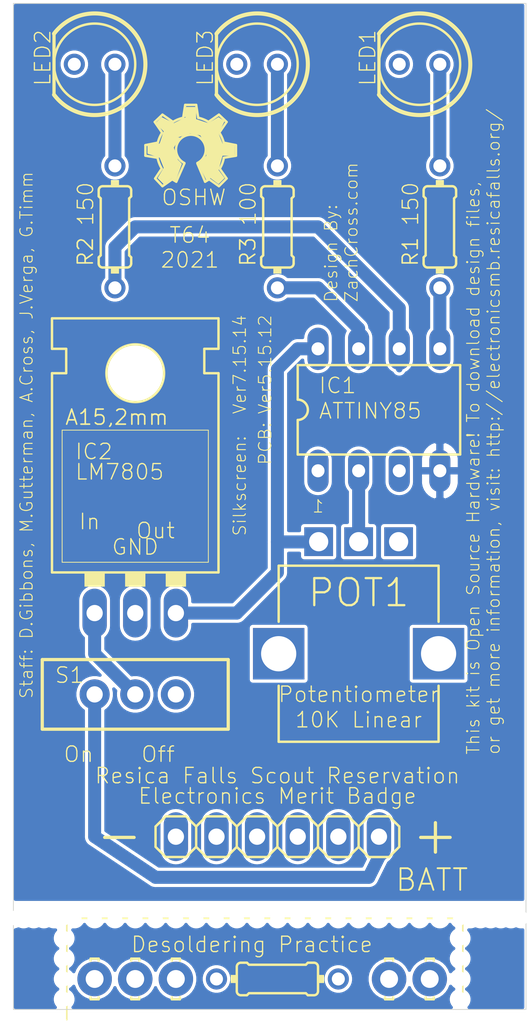
<source format=kicad_pcb>
(kicad_pcb (version 20171130) (host pcbnew "(5.1.12-1-10_14)")

  (general
    (thickness 1.6)
    (drawings 69)
    (tracks 30)
    (zones 0)
    (modules 58)
    (nets 11)
  )

  (page A4)
  (layers
    (0 Top signal)
    (31 Bottom signal)
    (32 B.Adhes user)
    (33 F.Adhes user)
    (34 B.Paste user)
    (35 F.Paste user)
    (36 B.SilkS user)
    (37 F.SilkS user)
    (38 B.Mask user)
    (39 F.Mask user)
    (40 Dwgs.User user)
    (41 Cmts.User user)
    (42 Eco1.User user)
    (43 Eco2.User user)
    (44 Edge.Cuts user)
    (45 Margin user)
    (46 B.CrtYd user)
    (47 F.CrtYd user)
    (48 B.Fab user)
    (49 F.Fab user)
  )

  (setup
    (last_trace_width 0.25)
    (trace_clearance 0.2)
    (zone_clearance 0.508)
    (zone_45_only no)
    (trace_min 0.2)
    (via_size 0.8)
    (via_drill 0.4)
    (via_min_size 0.4)
    (via_min_drill 0.3)
    (uvia_size 0.3)
    (uvia_drill 0.1)
    (uvias_allowed no)
    (uvia_min_size 0.2)
    (uvia_min_drill 0.1)
    (edge_width 0.05)
    (segment_width 0.2)
    (pcb_text_width 0.3)
    (pcb_text_size 1.5 1.5)
    (mod_edge_width 0.12)
    (mod_text_size 1 1)
    (mod_text_width 0.15)
    (pad_size 1.524 1.524)
    (pad_drill 0.762)
    (pad_to_mask_clearance 0)
    (aux_axis_origin 0 0)
    (visible_elements FFFFFF7F)
    (pcbplotparams
      (layerselection 0x010fc_ffffffff)
      (usegerberextensions false)
      (usegerberattributes true)
      (usegerberadvancedattributes true)
      (creategerberjobfile true)
      (excludeedgelayer true)
      (linewidth 0.100000)
      (plotframeref false)
      (viasonmask false)
      (mode 1)
      (useauxorigin false)
      (hpglpennumber 1)
      (hpglpenspeed 20)
      (hpglpendiameter 15.000000)
      (psnegative false)
      (psa4output false)
      (plotreference true)
      (plotvalue true)
      (plotinvisibletext false)
      (padsonsilk false)
      (subtractmaskfromsilk false)
      (outputformat 1)
      (mirror false)
      (drillshape 1)
      (scaleselection 1)
      (outputdirectory ""))
  )

  (net 0 "")
  (net 1 GND)
  (net 2 "Net-(IC1-Pad8)")
  (net 3 "Net-(IC1-Pad7)")
  (net 4 "Net-(IC1-Pad6)")
  (net 5 "Net-(IC1-Pad5)")
  (net 6 "Net-(G1-Pad-)")
  (net 7 "Net-(LED1-PadA)")
  (net 8 "Net-(LED2-PadA)")
  (net 9 "Net-(LED3-PadA)")
  (net 10 "Net-(L7805CV1-PadIN)")

  (net_class Default "This is the default net class."
    (clearance 0.2)
    (trace_width 0.25)
    (via_dia 0.8)
    (via_drill 0.4)
    (uvia_dia 0.3)
    (uvia_drill 0.1)
    (add_net GND)
    (add_net "Net-(G1-Pad-)")
    (add_net "Net-(IC1-Pad5)")
    (add_net "Net-(IC1-Pad6)")
    (add_net "Net-(IC1-Pad7)")
    (add_net "Net-(IC1-Pad8)")
    (add_net "Net-(L7805CV1-PadIN)")
    (add_net "Net-(LED1-PadA)")
    (add_net "Net-(LED2-PadA)")
    (add_net "Net-(LED3-PadA)")
  )

  (module PTV09A-4025F-B103:PTV09A-4025F-B103 (layer Top) (tedit 619C60CA) (tstamp 619CE191)
    (at 154.0636 114.2061 180)
    (fp_text reference 10K_LIN_POT (at 0 0) (layer F.SilkS) hide
      (effects (font (size 1.27 1.27) (thickness 0.15)))
    )
    (fp_text value "10K Lin Pot" (at 0 0) (layer F.SilkS) hide
      (effects (font (size 1.27 1.27) (thickness 0.15)))
    )
    (fp_line (start -5 5.5) (end 5 5.5) (layer F.SilkS) (width 0.1524))
    (fp_line (start -5 -5.5) (end 5 -5.5) (layer F.SilkS) (width 0.1524))
    (fp_line (start -5 -5.5) (end -5 -2) (layer F.SilkS) (width 0.1524))
    (fp_line (start -5 2) (end -5 5.5) (layer F.SilkS) (width 0.1524))
    (fp_line (start 5 -5.5) (end 5 -2) (layer F.SilkS) (width 0.1524))
    (fp_line (start 5 5.5) (end 5 2) (layer F.SilkS) (width 0.1524))
    (pad S2 thru_hole rect (at 5 0 180) (size 3.216 3.216) (drill 2.2) (layers *.Cu *.Mask))
    (pad S1 thru_hole rect (at -5 0 180) (size 3.216 3.216) (drill 2.2) (layers *.Cu *.Mask))
    (pad 3 thru_hole rect (at 2.5 7 180) (size 1.8 1.8) (drill 1.2) (layers *.Cu *.Mask))
    (pad 2 thru_hole rect (at 0 7 180) (size 1.8 1.8) (drill 1.2) (layers *.Cu *.Mask))
    (pad 1 thru_hole rect (at -2.5 7 180) (size 1.8 1.8) (drill 1.2) (layers *.Cu *.Mask))
  )

  (module "" (layer Top) (tedit 0) (tstamp 0)
    (at 132.4736 130.7161)
    (fp_text reference @HOLE0 (at 0 0) (layer F.SilkS) hide
      (effects (font (size 1.27 1.27) (thickness 0.15)))
    )
    (fp_text value "" (at 0 0) (layer F.SilkS)
      (effects (font (size 1.27 1.27) (thickness 0.15)))
    )
    (pad "" np_thru_hole circle (at 0 0) (size 0.9 0.9) (drill 0.9) (layers *.Cu *.Mask))
  )

  (module "" (layer Top) (tedit 0) (tstamp 0)
    (at 133.1086 130.7161)
    (fp_text reference @HOLE1 (at 0 0) (layer F.SilkS) hide
      (effects (font (size 1.27 1.27) (thickness 0.15)))
    )
    (fp_text value "" (at 0 0) (layer F.SilkS)
      (effects (font (size 1.27 1.27) (thickness 0.15)))
    )
    (pad "" np_thru_hole circle (at 0 0) (size 0.9 0.9) (drill 0.9) (layers *.Cu *.Mask))
  )

  (module "" (layer Top) (tedit 0) (tstamp 0)
    (at 133.7436 130.7161)
    (fp_text reference @HOLE2 (at 0 0) (layer F.SilkS) hide
      (effects (font (size 1.27 1.27) (thickness 0.15)))
    )
    (fp_text value "" (at 0 0) (layer F.SilkS)
      (effects (font (size 1.27 1.27) (thickness 0.15)))
    )
    (pad "" np_thru_hole circle (at 0 0) (size 0.9 0.9) (drill 0.9) (layers *.Cu *.Mask))
  )

  (module "" (layer Top) (tedit 0) (tstamp 0)
    (at 134.3786 130.7161)
    (fp_text reference @HOLE3 (at 0 0) (layer F.SilkS) hide
      (effects (font (size 1.27 1.27) (thickness 0.15)))
    )
    (fp_text value "" (at 0 0) (layer F.SilkS)
      (effects (font (size 1.27 1.27) (thickness 0.15)))
    )
    (pad "" np_thru_hole circle (at 0 0) (size 0.9 0.9) (drill 0.9) (layers *.Cu *.Mask))
  )

  (module "" (layer Top) (tedit 0) (tstamp 0)
    (at 135.0136 130.7161)
    (fp_text reference @HOLE4 (at 0 0) (layer F.SilkS) hide
      (effects (font (size 1.27 1.27) (thickness 0.15)))
    )
    (fp_text value "" (at 0 0) (layer F.SilkS)
      (effects (font (size 1.27 1.27) (thickness 0.15)))
    )
    (pad "" np_thru_hole circle (at 0 0) (size 0.9 0.9) (drill 0.9) (layers *.Cu *.Mask))
  )

  (module "" (layer Top) (tedit 0) (tstamp 0)
    (at 135.6486 130.7161)
    (fp_text reference @HOLE5 (at 0 0) (layer F.SilkS) hide
      (effects (font (size 1.27 1.27) (thickness 0.15)))
    )
    (fp_text value "" (at 0 0) (layer F.SilkS)
      (effects (font (size 1.27 1.27) (thickness 0.15)))
    )
    (pad "" np_thru_hole circle (at 0 0) (size 0.9 0.9) (drill 0.9) (layers *.Cu *.Mask))
  )

  (module "" (layer Top) (tedit 0) (tstamp 0)
    (at 164.2236 130.7161)
    (fp_text reference @HOLE6 (at 0 0) (layer F.SilkS) hide
      (effects (font (size 1.27 1.27) (thickness 0.15)))
    )
    (fp_text value "" (at 0 0) (layer F.SilkS)
      (effects (font (size 1.27 1.27) (thickness 0.15)))
    )
    (pad "" np_thru_hole circle (at 0 0) (size 0.9 0.9) (drill 0.9) (layers *.Cu *.Mask))
  )

  (module "" (layer Top) (tedit 0) (tstamp 0)
    (at 163.5886 130.7161)
    (fp_text reference @HOLE7 (at 0 0) (layer F.SilkS) hide
      (effects (font (size 1.27 1.27) (thickness 0.15)))
    )
    (fp_text value "" (at 0 0) (layer F.SilkS)
      (effects (font (size 1.27 1.27) (thickness 0.15)))
    )
    (pad "" np_thru_hole circle (at 0 0) (size 0.9 0.9) (drill 0.9) (layers *.Cu *.Mask))
  )

  (module "" (layer Top) (tedit 0) (tstamp 0)
    (at 162.9536 130.7161)
    (fp_text reference @HOLE8 (at 0 0) (layer F.SilkS) hide
      (effects (font (size 1.27 1.27) (thickness 0.15)))
    )
    (fp_text value "" (at 0 0) (layer F.SilkS)
      (effects (font (size 1.27 1.27) (thickness 0.15)))
    )
    (pad "" np_thru_hole circle (at 0 0) (size 0.9 0.9) (drill 0.9) (layers *.Cu *.Mask))
  )

  (module "" (layer Top) (tedit 0) (tstamp 0)
    (at 162.3186 130.7161)
    (fp_text reference @HOLE9 (at 0 0) (layer F.SilkS) hide
      (effects (font (size 1.27 1.27) (thickness 0.15)))
    )
    (fp_text value "" (at 0 0) (layer F.SilkS)
      (effects (font (size 1.27 1.27) (thickness 0.15)))
    )
    (pad "" np_thru_hole circle (at 0 0) (size 0.9 0.9) (drill 0.9) (layers *.Cu *.Mask))
  )

  (module "" (layer Top) (tedit 0) (tstamp 0)
    (at 161.6836 130.7161)
    (fp_text reference @HOLE10 (at 0 0) (layer F.SilkS) hide
      (effects (font (size 1.27 1.27) (thickness 0.15)))
    )
    (fp_text value "" (at 0 0) (layer F.SilkS)
      (effects (font (size 1.27 1.27) (thickness 0.15)))
    )
    (pad "" np_thru_hole circle (at 0 0) (size 0.9 0.9) (drill 0.9) (layers *.Cu *.Mask))
  )

  (module "" (layer Top) (tedit 0) (tstamp 0)
    (at 161.0486 130.7161)
    (fp_text reference @HOLE11 (at 0 0) (layer F.SilkS) hide
      (effects (font (size 1.27 1.27) (thickness 0.15)))
    )
    (fp_text value "" (at 0 0) (layer F.SilkS)
      (effects (font (size 1.27 1.27) (thickness 0.15)))
    )
    (pad "" np_thru_hole circle (at 0 0) (size 0.9 0.9) (drill 0.9) (layers *.Cu *.Mask))
  )

  (module "" (layer Top) (tedit 0) (tstamp 0)
    (at 160.4136 130.7161)
    (fp_text reference @HOLE12 (at 0 0) (layer F.SilkS) hide
      (effects (font (size 1.27 1.27) (thickness 0.15)))
    )
    (fp_text value "" (at 0 0) (layer F.SilkS)
      (effects (font (size 1.27 1.27) (thickness 0.15)))
    )
    (pad "" np_thru_hole circle (at 0 0) (size 0.9 0.9) (drill 0.9) (layers *.Cu *.Mask))
  )

  (module "" (layer Top) (tedit 0) (tstamp 0)
    (at 135.6486 131.9861)
    (fp_text reference @HOLE13 (at 0 0) (layer F.SilkS) hide
      (effects (font (size 1.27 1.27) (thickness 0.15)))
    )
    (fp_text value "" (at 0 0) (layer F.SilkS)
      (effects (font (size 1.27 1.27) (thickness 0.15)))
    )
    (pad "" np_thru_hole circle (at 0 0) (size 0.9 0.9) (drill 0.9) (layers *.Cu *.Mask))
  )

  (module "" (layer Top) (tedit 0) (tstamp 0)
    (at 135.6486 133.2561)
    (fp_text reference @HOLE14 (at 0 0) (layer F.SilkS) hide
      (effects (font (size 1.27 1.27) (thickness 0.15)))
    )
    (fp_text value "" (at 0 0) (layer F.SilkS)
      (effects (font (size 1.27 1.27) (thickness 0.15)))
    )
    (pad "" np_thru_hole circle (at 0 0) (size 0.9 0.9) (drill 0.9) (layers *.Cu *.Mask))
  )

  (module "" (layer Top) (tedit 0) (tstamp 0)
    (at 135.6486 134.5261)
    (fp_text reference @HOLE15 (at 0 0) (layer F.SilkS) hide
      (effects (font (size 1.27 1.27) (thickness 0.15)))
    )
    (fp_text value "" (at 0 0) (layer F.SilkS)
      (effects (font (size 1.27 1.27) (thickness 0.15)))
    )
    (pad "" np_thru_hole circle (at 0 0) (size 0.9 0.9) (drill 0.9) (layers *.Cu *.Mask))
  )

  (module "" (layer Top) (tedit 0) (tstamp 0)
    (at 135.6486 135.7961)
    (fp_text reference @HOLE16 (at 0 0) (layer F.SilkS) hide
      (effects (font (size 1.27 1.27) (thickness 0.15)))
    )
    (fp_text value "" (at 0 0) (layer F.SilkS)
      (effects (font (size 1.27 1.27) (thickness 0.15)))
    )
    (pad "" np_thru_hole circle (at 0 0) (size 0.9 0.9) (drill 0.9) (layers *.Cu *.Mask))
  )

  (module "" (layer Top) (tedit 0) (tstamp 0)
    (at 160.4136 131.9861)
    (fp_text reference @HOLE17 (at 0 0) (layer F.SilkS) hide
      (effects (font (size 1.27 1.27) (thickness 0.15)))
    )
    (fp_text value "" (at 0 0) (layer F.SilkS)
      (effects (font (size 1.27 1.27) (thickness 0.15)))
    )
    (pad "" np_thru_hole circle (at 0 0) (size 0.9 0.9) (drill 0.9) (layers *.Cu *.Mask))
  )

  (module "" (layer Top) (tedit 0) (tstamp 0)
    (at 160.4136 133.2561)
    (fp_text reference @HOLE18 (at 0 0) (layer F.SilkS) hide
      (effects (font (size 1.27 1.27) (thickness 0.15)))
    )
    (fp_text value "" (at 0 0) (layer F.SilkS)
      (effects (font (size 1.27 1.27) (thickness 0.15)))
    )
    (pad "" np_thru_hole circle (at 0 0) (size 0.9 0.9) (drill 0.9) (layers *.Cu *.Mask))
  )

  (module "" (layer Top) (tedit 0) (tstamp 0)
    (at 160.4136 134.5261)
    (fp_text reference @HOLE19 (at 0 0) (layer F.SilkS) hide
      (effects (font (size 1.27 1.27) (thickness 0.15)))
    )
    (fp_text value "" (at 0 0) (layer F.SilkS)
      (effects (font (size 1.27 1.27) (thickness 0.15)))
    )
    (pad "" np_thru_hole circle (at 0 0) (size 0.9 0.9) (drill 0.9) (layers *.Cu *.Mask))
  )

  (module "" (layer Top) (tedit 0) (tstamp 0)
    (at 160.4136 135.7961)
    (fp_text reference @HOLE20 (at 0 0) (layer F.SilkS) hide
      (effects (font (size 1.27 1.27) (thickness 0.15)))
    )
    (fp_text value "" (at 0 0) (layer F.SilkS)
      (effects (font (size 1.27 1.27) (thickness 0.15)))
    )
    (pad "" np_thru_hole circle (at 0 0) (size 0.9 0.9) (drill 0.9) (layers *.Cu *.Mask))
  )

  (module "" (layer Top) (tedit 0) (tstamp 0)
    (at 136.2836 130.7161)
    (fp_text reference @HOLE21 (at 0 0) (layer F.SilkS) hide
      (effects (font (size 1.27 1.27) (thickness 0.15)))
    )
    (fp_text value "" (at 0 0) (layer F.SilkS)
      (effects (font (size 1.27 1.27) (thickness 0.15)))
    )
    (pad "" np_thru_hole circle (at 0 0) (size 0.9 0.9) (drill 0.9) (layers *.Cu *.Mask))
  )

  (module "" (layer Top) (tedit 0) (tstamp 0)
    (at 137.5536 130.7161)
    (fp_text reference @HOLE22 (at 0 0) (layer F.SilkS) hide
      (effects (font (size 1.27 1.27) (thickness 0.15)))
    )
    (fp_text value "" (at 0 0) (layer F.SilkS)
      (effects (font (size 1.27 1.27) (thickness 0.15)))
    )
    (pad "" np_thru_hole circle (at 0 0) (size 0.9 0.9) (drill 0.9) (layers *.Cu *.Mask))
  )

  (module "" (layer Top) (tedit 0) (tstamp 0)
    (at 138.8236 130.7161)
    (fp_text reference @HOLE23 (at 0 0) (layer F.SilkS) hide
      (effects (font (size 1.27 1.27) (thickness 0.15)))
    )
    (fp_text value "" (at 0 0) (layer F.SilkS)
      (effects (font (size 1.27 1.27) (thickness 0.15)))
    )
    (pad "" np_thru_hole circle (at 0 0) (size 0.9 0.9) (drill 0.9) (layers *.Cu *.Mask))
  )

  (module "" (layer Top) (tedit 0) (tstamp 0)
    (at 140.0936 130.7161)
    (fp_text reference @HOLE24 (at 0 0) (layer F.SilkS) hide
      (effects (font (size 1.27 1.27) (thickness 0.15)))
    )
    (fp_text value "" (at 0 0) (layer F.SilkS)
      (effects (font (size 1.27 1.27) (thickness 0.15)))
    )
    (pad "" np_thru_hole circle (at 0 0) (size 0.9 0.9) (drill 0.9) (layers *.Cu *.Mask))
  )

  (module "" (layer Top) (tedit 0) (tstamp 0)
    (at 141.3636 130.7161)
    (fp_text reference @HOLE25 (at 0 0) (layer F.SilkS) hide
      (effects (font (size 1.27 1.27) (thickness 0.15)))
    )
    (fp_text value "" (at 0 0) (layer F.SilkS)
      (effects (font (size 1.27 1.27) (thickness 0.15)))
    )
    (pad "" np_thru_hole circle (at 0 0) (size 0.9 0.9) (drill 0.9) (layers *.Cu *.Mask))
  )

  (module "" (layer Top) (tedit 0) (tstamp 0)
    (at 142.6336 130.7161)
    (fp_text reference @HOLE26 (at 0 0) (layer F.SilkS) hide
      (effects (font (size 1.27 1.27) (thickness 0.15)))
    )
    (fp_text value "" (at 0 0) (layer F.SilkS)
      (effects (font (size 1.27 1.27) (thickness 0.15)))
    )
    (pad "" np_thru_hole circle (at 0 0) (size 0.9 0.9) (drill 0.9) (layers *.Cu *.Mask))
  )

  (module "" (layer Top) (tedit 0) (tstamp 0)
    (at 143.9036 130.7161)
    (fp_text reference @HOLE27 (at 0 0) (layer F.SilkS) hide
      (effects (font (size 1.27 1.27) (thickness 0.15)))
    )
    (fp_text value "" (at 0 0) (layer F.SilkS)
      (effects (font (size 1.27 1.27) (thickness 0.15)))
    )
    (pad "" np_thru_hole circle (at 0 0) (size 0.9 0.9) (drill 0.9) (layers *.Cu *.Mask))
  )

  (module "" (layer Top) (tedit 0) (tstamp 0)
    (at 145.1736 130.7161)
    (fp_text reference @HOLE28 (at 0 0) (layer F.SilkS) hide
      (effects (font (size 1.27 1.27) (thickness 0.15)))
    )
    (fp_text value "" (at 0 0) (layer F.SilkS)
      (effects (font (size 1.27 1.27) (thickness 0.15)))
    )
    (pad "" np_thru_hole circle (at 0 0) (size 0.9 0.9) (drill 0.9) (layers *.Cu *.Mask))
  )

  (module "" (layer Top) (tedit 0) (tstamp 0)
    (at 146.4436 130.7161)
    (fp_text reference @HOLE29 (at 0 0) (layer F.SilkS) hide
      (effects (font (size 1.27 1.27) (thickness 0.15)))
    )
    (fp_text value "" (at 0 0) (layer F.SilkS)
      (effects (font (size 1.27 1.27) (thickness 0.15)))
    )
    (pad "" np_thru_hole circle (at 0 0) (size 0.9 0.9) (drill 0.9) (layers *.Cu *.Mask))
  )

  (module "" (layer Top) (tedit 0) (tstamp 0)
    (at 147.7136 130.7161)
    (fp_text reference @HOLE30 (at 0 0) (layer F.SilkS) hide
      (effects (font (size 1.27 1.27) (thickness 0.15)))
    )
    (fp_text value "" (at 0 0) (layer F.SilkS)
      (effects (font (size 1.27 1.27) (thickness 0.15)))
    )
    (pad "" np_thru_hole circle (at 0 0) (size 0.9 0.9) (drill 0.9) (layers *.Cu *.Mask))
  )

  (module "" (layer Top) (tedit 0) (tstamp 0)
    (at 148.9836 130.7161)
    (fp_text reference @HOLE31 (at 0 0) (layer F.SilkS) hide
      (effects (font (size 1.27 1.27) (thickness 0.15)))
    )
    (fp_text value "" (at 0 0) (layer F.SilkS)
      (effects (font (size 1.27 1.27) (thickness 0.15)))
    )
    (pad "" np_thru_hole circle (at 0 0) (size 0.9 0.9) (drill 0.9) (layers *.Cu *.Mask))
  )

  (module "" (layer Top) (tedit 0) (tstamp 0)
    (at 150.2536 130.7161)
    (fp_text reference @HOLE32 (at 0 0) (layer F.SilkS) hide
      (effects (font (size 1.27 1.27) (thickness 0.15)))
    )
    (fp_text value "" (at 0 0) (layer F.SilkS)
      (effects (font (size 1.27 1.27) (thickness 0.15)))
    )
    (pad "" np_thru_hole circle (at 0 0) (size 0.9 0.9) (drill 0.9) (layers *.Cu *.Mask))
  )

  (module "" (layer Top) (tedit 0) (tstamp 0)
    (at 151.5236 130.7161)
    (fp_text reference @HOLE33 (at 0 0) (layer F.SilkS) hide
      (effects (font (size 1.27 1.27) (thickness 0.15)))
    )
    (fp_text value "" (at 0 0) (layer F.SilkS)
      (effects (font (size 1.27 1.27) (thickness 0.15)))
    )
    (pad "" np_thru_hole circle (at 0 0) (size 0.9 0.9) (drill 0.9) (layers *.Cu *.Mask))
  )

  (module "" (layer Top) (tedit 0) (tstamp 0)
    (at 152.7936 130.7161)
    (fp_text reference @HOLE34 (at 0 0) (layer F.SilkS) hide
      (effects (font (size 1.27 1.27) (thickness 0.15)))
    )
    (fp_text value "" (at 0 0) (layer F.SilkS)
      (effects (font (size 1.27 1.27) (thickness 0.15)))
    )
    (pad "" np_thru_hole circle (at 0 0) (size 0.9 0.9) (drill 0.9) (layers *.Cu *.Mask))
  )

  (module "" (layer Top) (tedit 0) (tstamp 0)
    (at 154.0636 130.7161)
    (fp_text reference @HOLE35 (at 0 0) (layer F.SilkS) hide
      (effects (font (size 1.27 1.27) (thickness 0.15)))
    )
    (fp_text value "" (at 0 0) (layer F.SilkS)
      (effects (font (size 1.27 1.27) (thickness 0.15)))
    )
    (pad "" np_thru_hole circle (at 0 0) (size 0.9 0.9) (drill 0.9) (layers *.Cu *.Mask))
  )

  (module "" (layer Top) (tedit 0) (tstamp 0)
    (at 155.3336 130.7161)
    (fp_text reference @HOLE36 (at 0 0) (layer F.SilkS) hide
      (effects (font (size 1.27 1.27) (thickness 0.15)))
    )
    (fp_text value "" (at 0 0) (layer F.SilkS)
      (effects (font (size 1.27 1.27) (thickness 0.15)))
    )
    (pad "" np_thru_hole circle (at 0 0) (size 0.9 0.9) (drill 0.9) (layers *.Cu *.Mask))
  )

  (module "" (layer Top) (tedit 0) (tstamp 0)
    (at 156.6036 130.7161)
    (fp_text reference @HOLE37 (at 0 0) (layer F.SilkS) hide
      (effects (font (size 1.27 1.27) (thickness 0.15)))
    )
    (fp_text value "" (at 0 0) (layer F.SilkS)
      (effects (font (size 1.27 1.27) (thickness 0.15)))
    )
    (pad "" np_thru_hole circle (at 0 0) (size 0.9 0.9) (drill 0.9) (layers *.Cu *.Mask))
  )

  (module "" (layer Top) (tedit 0) (tstamp 0)
    (at 157.8736 130.7161)
    (fp_text reference @HOLE38 (at 0 0) (layer F.SilkS) hide
      (effects (font (size 1.27 1.27) (thickness 0.15)))
    )
    (fp_text value "" (at 0 0) (layer F.SilkS)
      (effects (font (size 1.27 1.27) (thickness 0.15)))
    )
    (pad "" np_thru_hole circle (at 0 0) (size 0.9 0.9) (drill 0.9) (layers *.Cu *.Mask))
  )

  (module "" (layer Top) (tedit 0) (tstamp 0)
    (at 159.1436 130.7161)
    (fp_text reference @HOLE39 (at 0 0) (layer F.SilkS) hide
      (effects (font (size 1.27 1.27) (thickness 0.15)))
    )
    (fp_text value "" (at 0 0) (layer F.SilkS)
      (effects (font (size 1.27 1.27) (thickness 0.15)))
    )
    (pad "" np_thru_hole circle (at 0 0) (size 0.9 0.9) (drill 0.9) (layers *.Cu *.Mask))
  )

  (module EMB2:DIL08 (layer Top) (tedit 0) (tstamp 619CE180)
    (at 155.3336 98.9661)
    (descr "<B>Dual In Line</B>")
    (path /CBE7FC83)
    (fp_text reference IC1 (at -5.3594 2.54 90) (layer F.SilkS) hide
      (effects (font (size 1.2065 1.2065) (thickness 0.127)) (justify left bottom))
    )
    (fp_text value ATTiny85 (at -3.81 0.9906) (layer F.Fab) hide
      (effects (font (size 1.2065 1.2065) (thickness 0.127)) (justify left bottom))
    )
    (fp_line (start -5.08 -2.794) (end -5.08 -0.635) (layer F.SilkS) (width 0.1524))
    (fp_line (start 5.08 -2.794) (end -5.08 -2.794) (layer F.SilkS) (width 0.1524))
    (fp_line (start 5.08 2.794) (end 5.08 -2.794) (layer F.SilkS) (width 0.1524))
    (fp_line (start -5.08 2.794) (end 5.08 2.794) (layer F.SilkS) (width 0.1524))
    (fp_line (start -5.08 0.635) (end -5.08 2.794) (layer F.SilkS) (width 0.1524))
    (fp_arc (start -5.08 0) (end -5.08 0.635) (angle -180) (layer F.SilkS) (width 0.1524))
    (pad 8 thru_hole oval (at -3.81 -3.81 90) (size 2.6416 1.3208) (drill 0.8128) (layers *.Cu *.Mask)
      (net 2 "Net-(IC1-Pad8)") (solder_mask_margin 0.1016))
    (pad 7 thru_hole oval (at -1.27 -3.81 90) (size 2.6416 1.3208) (drill 0.8128) (layers *.Cu *.Mask)
      (net 3 "Net-(IC1-Pad7)") (solder_mask_margin 0.1016))
    (pad 6 thru_hole oval (at 1.27 -3.81 90) (size 2.6416 1.3208) (drill 0.8128) (layers *.Cu *.Mask)
      (net 4 "Net-(IC1-Pad6)") (solder_mask_margin 0.1016))
    (pad 5 thru_hole oval (at 3.81 -3.81 90) (size 2.6416 1.3208) (drill 0.8128) (layers *.Cu *.Mask)
      (net 5 "Net-(IC1-Pad5)") (solder_mask_margin 0.1016))
    (pad 4 thru_hole oval (at 3.81 3.81 90) (size 2.6416 1.3208) (drill 0.8128) (layers *.Cu *.Mask)
      (net 6 "Net-(G1-Pad-)") (solder_mask_margin 0.1016))
    (pad 3 thru_hole oval (at 1.27 3.81 90) (size 2.6416 1.3208) (drill 0.8128) (layers *.Cu *.Mask)
      (solder_mask_margin 0.1016))
    (pad 2 thru_hole oval (at -1.27 3.81 90) (size 2.6416 1.3208) (drill 0.8128) (layers *.Cu *.Mask)
      (solder_mask_margin 0.1016))
    (pad 1 thru_hole oval (at -3.81 3.81 90) (size 2.6416 1.3208) (drill 0.8128) (layers *.Cu *.Mask)
      (solder_mask_margin 0.1016))
  )

  (module EMB2:78XXL (layer Top) (tedit 0) (tstamp 619CE19D)
    (at 140.0936 107.8561)
    (descr "<b>VOLTAGE REGULATOR</b>")
    (fp_text reference 7805 (at -3.81 -5.08) (layer F.SilkS) hide
      (effects (font (size 1.6891 1.6891) (thickness 0.1778)) (justify left bottom))
    )
    (fp_text value "" (at -3.937 -2.54) (layer F.Fab)
      (effects (font (size 1.6891 1.6891) (thickness 0.16891)) (justify left bottom))
    )
    (fp_poly (pts (xy -3.175 3.81) (xy -1.905 3.81) (xy -1.905 2.159) (xy -3.175 2.159)) (layer F.Fab) (width 0))
    (fp_poly (pts (xy -0.635 3.81) (xy 0.635 3.81) (xy 0.635 2.159) (xy -0.635 2.159)) (layer F.Fab) (width 0))
    (fp_poly (pts (xy -3.175 2.159) (xy -1.905 2.159) (xy -1.905 1.27) (xy -3.175 1.27)) (layer F.SilkS) (width 0))
    (fp_poly (pts (xy -0.635 2.159) (xy 0.635 2.159) (xy 0.635 1.27) (xy -0.635 1.27)) (layer F.SilkS) (width 0))
    (fp_poly (pts (xy 1.905 3.81) (xy 3.175 3.81) (xy 3.175 2.159) (xy 1.905 2.159)) (layer F.Fab) (width 0))
    (fp_poly (pts (xy 1.905 2.159) (xy 3.175 2.159) (xy 3.175 1.27) (xy 1.905 1.27)) (layer F.SilkS) (width 0))
    (fp_text user O (at 2.032 0) (layer F.Fab)
      (effects (font (size 1.2065 1.2065) (thickness 0.127)) (justify left bottom))
    )
    (fp_text user I (at -3.048 0) (layer F.Fab)
      (effects (font (size 1.2065 1.2065) (thickness 0.127)) (justify left bottom))
    )
    (fp_text user - (at -0.508 0) (layer F.Fab)
      (effects (font (size 1.2065 1.2065) (thickness 0.127)) (justify left bottom))
    )
    (fp_text user A15,2mm (at -4.445 -7.874) (layer F.SilkS)
      (effects (font (size 0.94107 0.94107) (thickness 0.09906)) (justify left bottom))
    )
    (fp_circle (center 0 -11.176) (end 2.0955 -11.176) (layer Dwgs.User) (width 4.191))
    (fp_circle (center 0 -11.176) (end 2.0955 -11.176) (layer Dwgs.User) (width 4.191))
    (fp_circle (center 0 -11.176) (end 1.8034 -11.176) (layer F.SilkS) (width 0.1524))
    (fp_line (start -4.572 0.635) (end -4.572 -7.62) (layer F.SilkS) (width 0.0508))
    (fp_line (start 4.572 -7.62) (end -4.572 -7.62) (layer F.SilkS) (width 0.0508))
    (fp_line (start 4.572 -7.62) (end 4.572 0.635) (layer F.SilkS) (width 0.0508))
    (fp_line (start -4.572 0.635) (end 4.572 0.635) (layer F.SilkS) (width 0.0508))
    (fp_line (start -5.207 -12.7) (end -5.207 -14.605) (layer F.SilkS) (width 0.1524))
    (fp_line (start -4.318 -12.7) (end -5.207 -12.7) (layer F.SilkS) (width 0.1524))
    (fp_line (start -4.318 -11.176) (end -4.318 -12.7) (layer F.SilkS) (width 0.1524))
    (fp_line (start -5.207 -11.176) (end -4.318 -11.176) (layer F.SilkS) (width 0.1524))
    (fp_line (start -5.207 1.27) (end -5.207 -11.176) (layer F.SilkS) (width 0.1524))
    (fp_line (start 5.207 -12.7) (end 5.207 -14.605) (layer F.SilkS) (width 0.1524))
    (fp_line (start 4.318 -12.7) (end 5.207 -12.7) (layer F.SilkS) (width 0.1524))
    (fp_line (start 4.318 -11.176) (end 4.318 -12.7) (layer F.SilkS) (width 0.1524))
    (fp_line (start 5.207 -11.176) (end 4.318 -11.176) (layer F.SilkS) (width 0.1524))
    (fp_line (start 5.207 1.27) (end 5.207 -11.176) (layer F.SilkS) (width 0.1524))
    (fp_line (start 5.207 -14.605) (end -5.207 -14.605) (layer F.SilkS) (width 0.1524))
    (fp_line (start -5.207 1.27) (end 5.207 1.27) (layer F.SilkS) (width 0.1524))
    (pad "" np_thru_hole circle (at 0 -11.176) (size 3.302 3.302) (drill 3.302) (layers *.Cu *.Mask))
    (pad OUT thru_hole oval (at 2.54 3.81 90) (size 3.048 1.524) (drill 1.016) (layers *.Cu *.Mask)
      (solder_mask_margin 0.1016))
    (pad GND thru_hole oval (at 0 3.81 90) (size 3.048 1.524) (drill 1.016) (layers *.Cu *.Mask)
      (net 1 GND) (solder_mask_margin 0.1016))
    (pad IN thru_hole oval (at -2.54 3.81 90) (size 3.048 1.524) (drill 1.016) (layers *.Cu *.Mask)
      (solder_mask_margin 0.1016))
  )

  (module EMB2:LED5MM (layer Top) (tedit 0) (tstamp 619CE1C1)
    (at 157.8736 77.3761 180)
    (descr "<B>LED</B><p>\n5 mm, round")
    (fp_text reference L1 (at 3.175 -0.5334 180) (layer F.SilkS) hide
      (effects (font (size 1.2065 1.2065) (thickness 0.127)) (justify right top))
    )
    (fp_text value Yel (at 3.2004 1.8034 180) (layer F.Fab) hide
      (effects (font (size 1.2065 1.2065) (thickness 0.127)) (justify right top))
    )
    (fp_circle (center 0 0) (end 2.54 0) (layer F.SilkS) (width 0.1524))
    (fp_arc (start 0 0) (end 0 2.159) (angle -90) (layer F.Fab) (width 0.1524))
    (fp_arc (start 0 0) (end -2.159 0) (angle 90) (layer F.Fab) (width 0.1524))
    (fp_arc (start 0 0) (end 0 1.651) (angle -90) (layer F.Fab) (width 0.1524))
    (fp_arc (start 0 0) (end -1.651 0) (angle 90) (layer F.Fab) (width 0.1524))
    (fp_arc (start 0 0) (end 0 1.143) (angle -90) (layer F.Fab) (width 0.1524))
    (fp_arc (start 0 0) (end -1.143 0) (angle 90) (layer F.Fab) (width 0.1524))
    (fp_arc (start 0 0) (end 2.54 1.905) (angle 286.260205) (layer F.SilkS) (width 0.254))
    (fp_line (start 2.54 1.905) (end 2.54 -1.905) (layer F.SilkS) (width 0.2032))
    (pad K thru_hole circle (at 1.27 0 180) (size 1.3208 1.3208) (drill 0.8128) (layers *.Cu *.Mask)
      (net 1 GND) (solder_mask_margin 0.1016))
    (pad A thru_hole circle (at -1.27 0 180) (size 1.3208 1.3208) (drill 0.8128) (layers *.Cu *.Mask)
      (solder_mask_margin 0.1016))
  )

  (module EMB2:LED5MM (layer Top) (tedit 0) (tstamp 619CE1CF)
    (at 137.5536 77.3761 180)
    (descr "<B>LED</B><p>\n5 mm, round")
    (fp_text reference L2 (at 3.175 -0.5334 180) (layer F.SilkS) hide
      (effects (font (size 1.2065 1.2065) (thickness 0.127)) (justify right top))
    )
    (fp_text value Yel (at 3.2004 1.8034 180) (layer F.Fab) hide
      (effects (font (size 1.2065 1.2065) (thickness 0.127)) (justify right top))
    )
    (fp_circle (center 0 0) (end 2.54 0) (layer F.SilkS) (width 0.1524))
    (fp_arc (start 0 0) (end 0 2.159) (angle -90) (layer F.Fab) (width 0.1524))
    (fp_arc (start 0 0) (end -2.159 0) (angle 90) (layer F.Fab) (width 0.1524))
    (fp_arc (start 0 0) (end 0 1.651) (angle -90) (layer F.Fab) (width 0.1524))
    (fp_arc (start 0 0) (end -1.651 0) (angle 90) (layer F.Fab) (width 0.1524))
    (fp_arc (start 0 0) (end 0 1.143) (angle -90) (layer F.Fab) (width 0.1524))
    (fp_arc (start 0 0) (end -1.143 0) (angle 90) (layer F.Fab) (width 0.1524))
    (fp_arc (start 0 0) (end 2.54 1.905) (angle 286.260205) (layer F.SilkS) (width 0.254))
    (fp_line (start 2.54 1.905) (end 2.54 -1.905) (layer F.SilkS) (width 0.2032))
    (pad K thru_hole circle (at 1.27 0 180) (size 1.3208 1.3208) (drill 0.8128) (layers *.Cu *.Mask)
      (net 1 GND) (solder_mask_margin 0.1016))
    (pad A thru_hole circle (at -1.27 0 180) (size 1.3208 1.3208) (drill 0.8128) (layers *.Cu *.Mask)
      (solder_mask_margin 0.1016))
  )

  (module EMB2:LED5MM (layer Top) (tedit 0) (tstamp 619CE1DD)
    (at 147.7136 77.3761 180)
    (descr "<B>LED</B><p>\n5 mm, round")
    (fp_text reference L3 (at 3.175 -0.5334 180) (layer F.SilkS) hide
      (effects (font (size 1.2065 1.2065) (thickness 0.127)) (justify right top))
    )
    (fp_text value Wht (at 3.2004 1.8034 180) (layer F.Fab) hide
      (effects (font (size 1.2065 1.2065) (thickness 0.127)) (justify right top))
    )
    (fp_circle (center 0 0) (end 2.54 0) (layer F.SilkS) (width 0.1524))
    (fp_arc (start 0 0) (end 0 2.159) (angle -90) (layer F.Fab) (width 0.1524))
    (fp_arc (start 0 0) (end -2.159 0) (angle 90) (layer F.Fab) (width 0.1524))
    (fp_arc (start 0 0) (end 0 1.651) (angle -90) (layer F.Fab) (width 0.1524))
    (fp_arc (start 0 0) (end -1.651 0) (angle 90) (layer F.Fab) (width 0.1524))
    (fp_arc (start 0 0) (end 0 1.143) (angle -90) (layer F.Fab) (width 0.1524))
    (fp_arc (start 0 0) (end -1.143 0) (angle 90) (layer F.Fab) (width 0.1524))
    (fp_arc (start 0 0) (end 2.54 1.905) (angle 286.260205) (layer F.SilkS) (width 0.254))
    (fp_line (start 2.54 1.905) (end 2.54 -1.905) (layer F.SilkS) (width 0.2032))
    (pad K thru_hole circle (at 1.27 0 180) (size 1.3208 1.3208) (drill 0.8128) (layers *.Cu *.Mask)
      (net 1 GND) (solder_mask_margin 0.1016))
    (pad A thru_hole circle (at -1.27 0 180) (size 1.3208 1.3208) (drill 0.8128) (layers *.Cu *.Mask)
      (solder_mask_margin 0.1016))
  )

  (module EMB2:0204_7 (layer Top) (tedit 0) (tstamp 619CE1EB)
    (at 159.1436 87.5361 90)
    (descr "<b>RESISTOR</b><p>\ntype 0204, grid 7.5 mm")
    (path /010CFF2C)
    (fp_text reference R1 (at -2.54 -1.2954 90) (layer F.SilkS)
      (effects (font (size 0.94107 0.94107) (thickness 0.09906)) (justify left bottom))
    )
    (fp_text value 150 (at -1.6256 0.4826 90) (layer F.Fab)
      (effects (font (size 0.94107 0.94107) (thickness 0.09906)) (justify left bottom))
    )
    (fp_poly (pts (xy -2.921 0.254) (xy -2.54 0.254) (xy -2.54 -0.254) (xy -2.921 -0.254)) (layer F.SilkS) (width 0))
    (fp_poly (pts (xy 2.54 0.254) (xy 2.921 0.254) (xy 2.921 -0.254) (xy 2.54 -0.254)) (layer F.SilkS) (width 0))
    (fp_line (start 2.54 0.762) (end 2.54 -0.762) (layer F.SilkS) (width 0.1524))
    (fp_line (start 2.286 1.016) (end 1.905 1.016) (layer F.SilkS) (width 0.1524))
    (fp_line (start 2.286 -1.016) (end 1.905 -1.016) (layer F.SilkS) (width 0.1524))
    (fp_line (start 1.778 0.889) (end -1.778 0.889) (layer F.SilkS) (width 0.1524))
    (fp_line (start 1.778 0.889) (end 1.905 1.016) (layer F.SilkS) (width 0.1524))
    (fp_line (start 1.778 -0.889) (end -1.778 -0.889) (layer F.SilkS) (width 0.1524))
    (fp_line (start 1.778 -0.889) (end 1.905 -1.016) (layer F.SilkS) (width 0.1524))
    (fp_line (start -1.778 0.889) (end -1.905 1.016) (layer F.SilkS) (width 0.1524))
    (fp_line (start -2.286 1.016) (end -1.905 1.016) (layer F.SilkS) (width 0.1524))
    (fp_line (start -1.778 -0.889) (end -1.905 -1.016) (layer F.SilkS) (width 0.1524))
    (fp_line (start -2.286 -1.016) (end -1.905 -1.016) (layer F.SilkS) (width 0.1524))
    (fp_line (start -2.54 0.762) (end -2.54 -0.762) (layer F.SilkS) (width 0.1524))
    (fp_arc (start 2.286 -0.762) (end 2.286 -1.016) (angle 90) (layer F.SilkS) (width 0.1524))
    (fp_arc (start 2.286 0.762) (end 2.286 1.016) (angle -90) (layer F.SilkS) (width 0.1524))
    (fp_arc (start -2.286 0.762) (end -2.54 0.762) (angle -90) (layer F.SilkS) (width 0.1524))
    (fp_arc (start -2.286 -0.762) (end -2.54 -0.762) (angle 90) (layer F.SilkS) (width 0.1524))
    (fp_line (start -3.81 0) (end -2.921 0) (layer F.Fab) (width 0.508))
    (fp_line (start 3.81 0) (end 2.921 0) (layer F.Fab) (width 0.508))
    (pad 2 thru_hole circle (at 3.81 0 90) (size 1.3208 1.3208) (drill 0.8128) (layers *.Cu *.Mask)
      (net 7 "Net-(LED1-PadA)") (solder_mask_margin 0.1016))
    (pad 1 thru_hole circle (at -3.81 0 90) (size 1.3208 1.3208) (drill 0.8128) (layers *.Cu *.Mask)
      (net 5 "Net-(IC1-Pad5)") (solder_mask_margin 0.1016))
  )

  (module EMB2:0204_7 (layer Top) (tedit 0) (tstamp 619CE204)
    (at 138.8236 87.5361 90)
    (descr "<b>RESISTOR</b><p>\ntype 0204, grid 7.5 mm")
    (path /9C9FFFCA)
    (fp_text reference R2 (at -2.54 -1.2954 90) (layer F.SilkS)
      (effects (font (size 0.94107 0.94107) (thickness 0.09906)) (justify left bottom))
    )
    (fp_text value 150 (at -1.6256 0.4826 90) (layer F.Fab)
      (effects (font (size 0.94107 0.94107) (thickness 0.09906)) (justify left bottom))
    )
    (fp_poly (pts (xy -2.921 0.254) (xy -2.54 0.254) (xy -2.54 -0.254) (xy -2.921 -0.254)) (layer F.SilkS) (width 0))
    (fp_poly (pts (xy 2.54 0.254) (xy 2.921 0.254) (xy 2.921 -0.254) (xy 2.54 -0.254)) (layer F.SilkS) (width 0))
    (fp_line (start 2.54 0.762) (end 2.54 -0.762) (layer F.SilkS) (width 0.1524))
    (fp_line (start 2.286 1.016) (end 1.905 1.016) (layer F.SilkS) (width 0.1524))
    (fp_line (start 2.286 -1.016) (end 1.905 -1.016) (layer F.SilkS) (width 0.1524))
    (fp_line (start 1.778 0.889) (end -1.778 0.889) (layer F.SilkS) (width 0.1524))
    (fp_line (start 1.778 0.889) (end 1.905 1.016) (layer F.SilkS) (width 0.1524))
    (fp_line (start 1.778 -0.889) (end -1.778 -0.889) (layer F.SilkS) (width 0.1524))
    (fp_line (start 1.778 -0.889) (end 1.905 -1.016) (layer F.SilkS) (width 0.1524))
    (fp_line (start -1.778 0.889) (end -1.905 1.016) (layer F.SilkS) (width 0.1524))
    (fp_line (start -2.286 1.016) (end -1.905 1.016) (layer F.SilkS) (width 0.1524))
    (fp_line (start -1.778 -0.889) (end -1.905 -1.016) (layer F.SilkS) (width 0.1524))
    (fp_line (start -2.286 -1.016) (end -1.905 -1.016) (layer F.SilkS) (width 0.1524))
    (fp_line (start -2.54 0.762) (end -2.54 -0.762) (layer F.SilkS) (width 0.1524))
    (fp_arc (start 2.286 -0.762) (end 2.286 -1.016) (angle 90) (layer F.SilkS) (width 0.1524))
    (fp_arc (start 2.286 0.762) (end 2.286 1.016) (angle -90) (layer F.SilkS) (width 0.1524))
    (fp_arc (start -2.286 0.762) (end -2.54 0.762) (angle -90) (layer F.SilkS) (width 0.1524))
    (fp_arc (start -2.286 -0.762) (end -2.54 -0.762) (angle 90) (layer F.SilkS) (width 0.1524))
    (fp_line (start -3.81 0) (end -2.921 0) (layer F.Fab) (width 0.508))
    (fp_line (start 3.81 0) (end 2.921 0) (layer F.Fab) (width 0.508))
    (pad 2 thru_hole circle (at 3.81 0 90) (size 1.3208 1.3208) (drill 0.8128) (layers *.Cu *.Mask)
      (net 8 "Net-(LED2-PadA)") (solder_mask_margin 0.1016))
    (pad 1 thru_hole circle (at -3.81 0 90) (size 1.3208 1.3208) (drill 0.8128) (layers *.Cu *.Mask)
      (net 4 "Net-(IC1-Pad6)") (solder_mask_margin 0.1016))
  )

  (module EMB2:0204_7 (layer Top) (tedit 0) (tstamp 619CE21D)
    (at 148.9836 87.5361 90)
    (descr "<b>RESISTOR</b><p>\ntype 0204, grid 7.5 mm")
    (path /3B50A500)
    (fp_text reference R3 (at -2.54 -1.2954 90) (layer F.SilkS)
      (effects (font (size 0.94107 0.94107) (thickness 0.09906)) (justify left bottom))
    )
    (fp_text value 100 (at -1.6256 0.4826 90) (layer F.Fab)
      (effects (font (size 0.94107 0.94107) (thickness 0.09906)) (justify left bottom))
    )
    (fp_poly (pts (xy -2.921 0.254) (xy -2.54 0.254) (xy -2.54 -0.254) (xy -2.921 -0.254)) (layer F.SilkS) (width 0))
    (fp_poly (pts (xy 2.54 0.254) (xy 2.921 0.254) (xy 2.921 -0.254) (xy 2.54 -0.254)) (layer F.SilkS) (width 0))
    (fp_line (start 2.54 0.762) (end 2.54 -0.762) (layer F.SilkS) (width 0.1524))
    (fp_line (start 2.286 1.016) (end 1.905 1.016) (layer F.SilkS) (width 0.1524))
    (fp_line (start 2.286 -1.016) (end 1.905 -1.016) (layer F.SilkS) (width 0.1524))
    (fp_line (start 1.778 0.889) (end -1.778 0.889) (layer F.SilkS) (width 0.1524))
    (fp_line (start 1.778 0.889) (end 1.905 1.016) (layer F.SilkS) (width 0.1524))
    (fp_line (start 1.778 -0.889) (end -1.778 -0.889) (layer F.SilkS) (width 0.1524))
    (fp_line (start 1.778 -0.889) (end 1.905 -1.016) (layer F.SilkS) (width 0.1524))
    (fp_line (start -1.778 0.889) (end -1.905 1.016) (layer F.SilkS) (width 0.1524))
    (fp_line (start -2.286 1.016) (end -1.905 1.016) (layer F.SilkS) (width 0.1524))
    (fp_line (start -1.778 -0.889) (end -1.905 -1.016) (layer F.SilkS) (width 0.1524))
    (fp_line (start -2.286 -1.016) (end -1.905 -1.016) (layer F.SilkS) (width 0.1524))
    (fp_line (start -2.54 0.762) (end -2.54 -0.762) (layer F.SilkS) (width 0.1524))
    (fp_arc (start 2.286 -0.762) (end 2.286 -1.016) (angle 90) (layer F.SilkS) (width 0.1524))
    (fp_arc (start 2.286 0.762) (end 2.286 1.016) (angle -90) (layer F.SilkS) (width 0.1524))
    (fp_arc (start -2.286 0.762) (end -2.54 0.762) (angle -90) (layer F.SilkS) (width 0.1524))
    (fp_arc (start -2.286 -0.762) (end -2.54 -0.762) (angle 90) (layer F.SilkS) (width 0.1524))
    (fp_line (start -3.81 0) (end -2.921 0) (layer F.Fab) (width 0.508))
    (fp_line (start 3.81 0) (end 2.921 0) (layer F.Fab) (width 0.508))
    (pad 2 thru_hole circle (at 3.81 0 90) (size 1.3208 1.3208) (drill 0.8128) (layers *.Cu *.Mask)
      (net 9 "Net-(LED3-PadA)") (solder_mask_margin 0.1016))
    (pad 1 thru_hole circle (at -3.81 0 90) (size 1.3208 1.3208) (drill 0.8128) (layers *.Cu *.Mask)
      (net 3 "Net-(IC1-Pad7)") (solder_mask_margin 0.1016))
  )

  (module EMB2:SWITCH-SPDT (layer Top) (tedit 0) (tstamp 619CE236)
    (at 140.0936 116.7461 270)
    (path /CB7C1894)
    (fp_text reference S1 (at -3.81 -7.62 270) (layer F.SilkS) hide
      (effects (font (size 1.6891 1.6891) (thickness 0.1778)) (justify right top))
    )
    (fp_text value SWITCH-SPSTPTH (at -3.81 9.525 90) (layer F.Fab) hide
      (effects (font (size 1.6891 1.6891) (thickness 0.16891)) (justify left bottom))
    )
    (fp_line (start 2.175 5.815) (end 2.175 -5.815) (layer F.SilkS) (width 0.2032))
    (fp_line (start -2.175 5.815) (end 2.175 5.815) (layer F.SilkS) (width 0.2032))
    (fp_line (start -2.175 -5.815) (end -2.175 5.815) (layer F.SilkS) (width 0.2032))
    (fp_line (start 2.175 -5.815) (end -2.175 -5.815) (layer F.SilkS) (width 0.2032))
    (pad 3 thru_hole circle (at 0 2.54 270) (size 1.8796 1.8796) (drill 1.016) (layers *.Cu *.Mask)
      (solder_mask_margin 0.1016))
    (pad 2 thru_hole circle (at 0 0 270) (size 1.8796 1.8796) (drill 1.016) (layers *.Cu *.Mask)
      (net 10 "Net-(L7805CV1-PadIN)") (solder_mask_margin 0.1016))
    (pad 1 thru_hole circle (at 0 -2.54 270) (size 1.8796 1.8796) (drill 1.016) (layers *.Cu *.Mask)
      (solder_mask_margin 0.1016))
  )

  (module EMB2:1X06 (layer Top) (tedit 0) (tstamp 619CE240)
    (at 148.9836 125.6361)
    (descr "<b>PIN HEADER</b>")
    (fp_text reference E$2 (at -7.6962 -1.8288) (layer F.SilkS) hide
      (effects (font (size 1.2065 1.2065) (thickness 0.127)) (justify left bottom))
    )
    (fp_text value "" (at -7.62 3.175) (layer F.Fab)
      (effects (font (size 1.2065 1.2065) (thickness 0.09652)) (justify left bottom))
    )
    (fp_poly (pts (xy 6.096 0.254) (xy 6.604 0.254) (xy 6.604 -0.254) (xy 6.096 -0.254)) (layer F.Fab) (width 0))
    (fp_poly (pts (xy -6.604 0.254) (xy -6.096 0.254) (xy -6.096 -0.254) (xy -6.604 -0.254)) (layer F.Fab) (width 0))
    (fp_poly (pts (xy -4.064 0.254) (xy -3.556 0.254) (xy -3.556 -0.254) (xy -4.064 -0.254)) (layer F.Fab) (width 0))
    (fp_poly (pts (xy -1.524 0.254) (xy -1.016 0.254) (xy -1.016 -0.254) (xy -1.524 -0.254)) (layer F.Fab) (width 0))
    (fp_poly (pts (xy 1.016 0.254) (xy 1.524 0.254) (xy 1.524 -0.254) (xy 1.016 -0.254)) (layer F.Fab) (width 0))
    (fp_poly (pts (xy 3.556 0.254) (xy 4.064 0.254) (xy 4.064 -0.254) (xy 3.556 -0.254)) (layer F.Fab) (width 0))
    (fp_line (start 6.985 1.27) (end 5.715 1.27) (layer F.SilkS) (width 0.1524))
    (fp_line (start 5.08 0.635) (end 5.715 1.27) (layer F.SilkS) (width 0.1524))
    (fp_line (start 5.715 -1.27) (end 5.08 -0.635) (layer F.SilkS) (width 0.1524))
    (fp_line (start 7.62 0.635) (end 6.985 1.27) (layer F.SilkS) (width 0.1524))
    (fp_line (start 7.62 -0.635) (end 7.62 0.635) (layer F.SilkS) (width 0.1524))
    (fp_line (start 6.985 -1.27) (end 7.62 -0.635) (layer F.SilkS) (width 0.1524))
    (fp_line (start 5.715 -1.27) (end 6.985 -1.27) (layer F.SilkS) (width 0.1524))
    (fp_line (start -5.715 1.27) (end -6.985 1.27) (layer F.SilkS) (width 0.1524))
    (fp_line (start -7.62 0.635) (end -6.985 1.27) (layer F.SilkS) (width 0.1524))
    (fp_line (start -6.985 -1.27) (end -7.62 -0.635) (layer F.SilkS) (width 0.1524))
    (fp_line (start -7.62 -0.635) (end -7.62 0.635) (layer F.SilkS) (width 0.1524))
    (fp_line (start -4.445 1.27) (end -5.08 0.635) (layer F.SilkS) (width 0.1524))
    (fp_line (start -3.175 1.27) (end -4.445 1.27) (layer F.SilkS) (width 0.1524))
    (fp_line (start -2.54 0.635) (end -3.175 1.27) (layer F.SilkS) (width 0.1524))
    (fp_line (start -2.54 -0.635) (end -2.54 0.635) (layer F.SilkS) (width 0.1524))
    (fp_line (start -3.175 -1.27) (end -2.54 -0.635) (layer F.SilkS) (width 0.1524))
    (fp_line (start -4.445 -1.27) (end -3.175 -1.27) (layer F.SilkS) (width 0.1524))
    (fp_line (start -5.08 -0.635) (end -4.445 -1.27) (layer F.SilkS) (width 0.1524))
    (fp_line (start -5.08 0.635) (end -5.715 1.27) (layer F.SilkS) (width 0.1524))
    (fp_line (start -5.08 -0.635) (end -5.08 0.635) (layer F.SilkS) (width 0.1524))
    (fp_line (start -5.715 -1.27) (end -5.08 -0.635) (layer F.SilkS) (width 0.1524))
    (fp_line (start -6.985 -1.27) (end -5.715 -1.27) (layer F.SilkS) (width 0.1524))
    (fp_line (start 1.905 1.27) (end 0.635 1.27) (layer F.SilkS) (width 0.1524))
    (fp_line (start 0 0.635) (end 0.635 1.27) (layer F.SilkS) (width 0.1524))
    (fp_line (start 0.635 -1.27) (end 0 -0.635) (layer F.SilkS) (width 0.1524))
    (fp_line (start -1.905 1.27) (end -2.54 0.635) (layer F.SilkS) (width 0.1524))
    (fp_line (start -0.635 1.27) (end -1.905 1.27) (layer F.SilkS) (width 0.1524))
    (fp_line (start 0 0.635) (end -0.635 1.27) (layer F.SilkS) (width 0.1524))
    (fp_line (start 0 -0.635) (end 0 0.635) (layer F.SilkS) (width 0.1524))
    (fp_line (start -0.635 -1.27) (end 0 -0.635) (layer F.SilkS) (width 0.1524))
    (fp_line (start -1.905 -1.27) (end -0.635 -1.27) (layer F.SilkS) (width 0.1524))
    (fp_line (start -2.54 -0.635) (end -1.905 -1.27) (layer F.SilkS) (width 0.1524))
    (fp_line (start 3.175 1.27) (end 2.54 0.635) (layer F.SilkS) (width 0.1524))
    (fp_line (start 4.445 1.27) (end 3.175 1.27) (layer F.SilkS) (width 0.1524))
    (fp_line (start 5.08 0.635) (end 4.445 1.27) (layer F.SilkS) (width 0.1524))
    (fp_line (start 5.08 -0.635) (end 5.08 0.635) (layer F.SilkS) (width 0.1524))
    (fp_line (start 4.445 -1.27) (end 5.08 -0.635) (layer F.SilkS) (width 0.1524))
    (fp_line (start 3.175 -1.27) (end 4.445 -1.27) (layer F.SilkS) (width 0.1524))
    (fp_line (start 2.54 -0.635) (end 3.175 -1.27) (layer F.SilkS) (width 0.1524))
    (fp_line (start 2.54 0.635) (end 1.905 1.27) (layer F.SilkS) (width 0.1524))
    (fp_line (start 2.54 -0.635) (end 2.54 0.635) (layer F.SilkS) (width 0.1524))
    (fp_line (start 1.905 -1.27) (end 2.54 -0.635) (layer F.SilkS) (width 0.1524))
    (fp_line (start 0.635 -1.27) (end 1.905 -1.27) (layer F.SilkS) (width 0.1524))
    (pad 6 thru_hole oval (at 6.35 0 90) (size 3.048 1.524) (drill 1.016) (layers *.Cu *.Mask)
      (solder_mask_margin 0.1016))
    (pad 5 thru_hole oval (at 3.81 0 90) (size 3.048 1.524) (drill 1.016) (layers *.Cu *.Mask)
      (solder_mask_margin 0.1016))
    (pad 4 thru_hole oval (at 1.27 0 90) (size 3.048 1.524) (drill 1.016) (layers *.Cu *.Mask)
      (solder_mask_margin 0.1016))
    (pad 3 thru_hole oval (at -1.27 0 90) (size 3.048 1.524) (drill 1.016) (layers *.Cu *.Mask)
      (solder_mask_margin 0.1016))
    (pad 2 thru_hole oval (at -3.81 0 90) (size 3.048 1.524) (drill 1.016) (layers *.Cu *.Mask)
      (solder_mask_margin 0.1016))
    (pad 1 thru_hole oval (at -6.35 0 90) (size 3.048 1.524) (drill 1.016) (layers *.Cu *.Mask)
      (net 1 GND) (solder_mask_margin 0.1016))
  )

  (module EMB2:0204_7 (layer Top) (tedit 0) (tstamp 619CE27A)
    (at 148.9836 134.5261)
    (descr "<b>RESISTOR</b><p>\ntype 0204, grid 7.5 mm")
    (fp_text reference PRACTICE (at -2.54 -1.2954) (layer F.SilkS) hide
      (effects (font (size 0.94107 0.94107) (thickness 0.09906)) (justify left bottom))
    )
    (fp_text value "" (at -1.6256 0.4826) (layer F.Fab)
      (effects (font (size 0.94107 0.94107) (thickness 0.094107)) (justify left bottom))
    )
    (fp_poly (pts (xy -2.921 0.254) (xy -2.54 0.254) (xy -2.54 -0.254) (xy -2.921 -0.254)) (layer F.SilkS) (width 0))
    (fp_poly (pts (xy 2.54 0.254) (xy 2.921 0.254) (xy 2.921 -0.254) (xy 2.54 -0.254)) (layer F.SilkS) (width 0))
    (fp_line (start 2.54 0.762) (end 2.54 -0.762) (layer F.SilkS) (width 0.1524))
    (fp_line (start 2.286 1.016) (end 1.905 1.016) (layer F.SilkS) (width 0.1524))
    (fp_line (start 2.286 -1.016) (end 1.905 -1.016) (layer F.SilkS) (width 0.1524))
    (fp_line (start 1.778 0.889) (end -1.778 0.889) (layer F.SilkS) (width 0.1524))
    (fp_line (start 1.778 0.889) (end 1.905 1.016) (layer F.SilkS) (width 0.1524))
    (fp_line (start 1.778 -0.889) (end -1.778 -0.889) (layer F.SilkS) (width 0.1524))
    (fp_line (start 1.778 -0.889) (end 1.905 -1.016) (layer F.SilkS) (width 0.1524))
    (fp_line (start -1.778 0.889) (end -1.905 1.016) (layer F.SilkS) (width 0.1524))
    (fp_line (start -2.286 1.016) (end -1.905 1.016) (layer F.SilkS) (width 0.1524))
    (fp_line (start -1.778 -0.889) (end -1.905 -1.016) (layer F.SilkS) (width 0.1524))
    (fp_line (start -2.286 -1.016) (end -1.905 -1.016) (layer F.SilkS) (width 0.1524))
    (fp_line (start -2.54 0.762) (end -2.54 -0.762) (layer F.SilkS) (width 0.1524))
    (fp_arc (start 2.286 -0.762) (end 2.286 -1.016) (angle 90) (layer F.SilkS) (width 0.1524))
    (fp_arc (start 2.286 0.762) (end 2.286 1.016) (angle -90) (layer F.SilkS) (width 0.1524))
    (fp_arc (start -2.286 0.762) (end -2.54 0.762) (angle -90) (layer F.SilkS) (width 0.1524))
    (fp_arc (start -2.286 -0.762) (end -2.54 -0.762) (angle 90) (layer F.SilkS) (width 0.1524))
    (fp_line (start -3.81 0) (end -2.921 0) (layer F.Fab) (width 0.508))
    (fp_line (start 3.81 0) (end 2.921 0) (layer F.Fab) (width 0.508))
    (pad 2 thru_hole circle (at 3.81 0) (size 1.3208 1.3208) (drill 0.8128) (layers *.Cu *.Mask)
      (solder_mask_margin 0.1016))
    (pad 1 thru_hole circle (at -3.81 0) (size 1.3208 1.3208) (drill 0.8128) (layers *.Cu *.Mask)
      (solder_mask_margin 0.1016))
  )

  (module EMB2:LSP11 (layer Top) (tedit 0) (tstamp 619CE293)
    (at 137.5536 134.5261 90)
    (descr "<b>SOLDER PAD</b><p>\ndrill 1.1 mm")
    (fp_text reference E$5 (at -1.27 -1.27 90) (layer F.SilkS) hide
      (effects (font (size 1.2065 1.2065) (thickness 0.127)) (justify left bottom))
    )
    (fp_text value "" (at 0 -0.254 90) (layer F.Fab)
      (effects (font (size 0.02413 0.02413) (thickness 0.00193)) (justify left bottom))
    )
    (fp_line (start -0.635 0.254) (end 0.635 0.254) (layer F.Fab) (width 0.1524))
    (fp_line (start -0.635 -0.254) (end -1.143 -0.254) (layer F.Fab) (width 0.1524))
    (fp_line (start -0.635 -0.254) (end -0.635 0.254) (layer F.Fab) (width 0.1524))
    (fp_line (start 0.635 0.254) (end 1.143 0.254) (layer F.Fab) (width 0.1524))
    (fp_line (start 0.635 -0.254) (end -0.635 -0.254) (layer F.Fab) (width 0.1524))
    (fp_line (start 0.635 -0.254) (end 0.635 0.254) (layer F.Fab) (width 0.1524))
    (fp_line (start -1.143 0.254) (end -0.635 0.254) (layer F.Fab) (width 0.1524))
    (fp_line (start 1.143 -0.254) (end 0.635 -0.254) (layer F.Fab) (width 0.1524))
    (fp_line (start -1.27 -0.254) (end -1.143 -0.254) (layer F.SilkS) (width 0.1524))
    (fp_line (start -1.27 0.254) (end -1.143 0.254) (layer F.SilkS) (width 0.1524))
    (fp_line (start 1.27 0.254) (end 1.143 0.254) (layer F.SilkS) (width 0.1524))
    (fp_line (start 1.27 -0.254) (end 1.143 -0.254) (layer F.SilkS) (width 0.1524))
    (fp_line (start 1.27 -0.254) (end 1.27 0.254) (layer F.SilkS) (width 0.1524))
    (fp_line (start -1.27 -0.254) (end -1.27 0.254) (layer F.SilkS) (width 0.1524))
    (pad MP thru_hole circle (at 0 0 90) (size 2.159 2.159) (drill 1.1176) (layers *.Cu *.Mask)
      (solder_mask_margin 0.1016))
  )

  (module EMB2:LSP11 (layer Top) (tedit 0) (tstamp 619CE2A5)
    (at 140.0936 134.5261 90)
    (descr "<b>SOLDER PAD</b><p>\ndrill 1.1 mm")
    (fp_text reference E$6 (at -1.27 -1.27 90) (layer F.SilkS) hide
      (effects (font (size 1.2065 1.2065) (thickness 0.127)) (justify left bottom))
    )
    (fp_text value "" (at 0 -0.254 90) (layer F.Fab)
      (effects (font (size 0.02413 0.02413) (thickness 0.00193)) (justify left bottom))
    )
    (fp_line (start -0.635 0.254) (end 0.635 0.254) (layer F.Fab) (width 0.1524))
    (fp_line (start -0.635 -0.254) (end -1.143 -0.254) (layer F.Fab) (width 0.1524))
    (fp_line (start -0.635 -0.254) (end -0.635 0.254) (layer F.Fab) (width 0.1524))
    (fp_line (start 0.635 0.254) (end 1.143 0.254) (layer F.Fab) (width 0.1524))
    (fp_line (start 0.635 -0.254) (end -0.635 -0.254) (layer F.Fab) (width 0.1524))
    (fp_line (start 0.635 -0.254) (end 0.635 0.254) (layer F.Fab) (width 0.1524))
    (fp_line (start -1.143 0.254) (end -0.635 0.254) (layer F.Fab) (width 0.1524))
    (fp_line (start 1.143 -0.254) (end 0.635 -0.254) (layer F.Fab) (width 0.1524))
    (fp_line (start -1.27 -0.254) (end -1.143 -0.254) (layer F.SilkS) (width 0.1524))
    (fp_line (start -1.27 0.254) (end -1.143 0.254) (layer F.SilkS) (width 0.1524))
    (fp_line (start 1.27 0.254) (end 1.143 0.254) (layer F.SilkS) (width 0.1524))
    (fp_line (start 1.27 -0.254) (end 1.143 -0.254) (layer F.SilkS) (width 0.1524))
    (fp_line (start 1.27 -0.254) (end 1.27 0.254) (layer F.SilkS) (width 0.1524))
    (fp_line (start -1.27 -0.254) (end -1.27 0.254) (layer F.SilkS) (width 0.1524))
    (pad MP thru_hole circle (at 0 0 90) (size 2.159 2.159) (drill 1.1176) (layers *.Cu *.Mask)
      (solder_mask_margin 0.1016))
  )

  (module EMB2:LSP11 (layer Top) (tedit 0) (tstamp 619CE2B7)
    (at 142.6336 134.5261 90)
    (descr "<b>SOLDER PAD</b><p>\ndrill 1.1 mm")
    (fp_text reference E$7 (at -1.27 -1.27 90) (layer F.SilkS) hide
      (effects (font (size 1.2065 1.2065) (thickness 0.127)) (justify left bottom))
    )
    (fp_text value "" (at 0 -0.254 90) (layer F.Fab)
      (effects (font (size 0.02413 0.02413) (thickness 0.00193)) (justify left bottom))
    )
    (fp_line (start -0.635 0.254) (end 0.635 0.254) (layer F.Fab) (width 0.1524))
    (fp_line (start -0.635 -0.254) (end -1.143 -0.254) (layer F.Fab) (width 0.1524))
    (fp_line (start -0.635 -0.254) (end -0.635 0.254) (layer F.Fab) (width 0.1524))
    (fp_line (start 0.635 0.254) (end 1.143 0.254) (layer F.Fab) (width 0.1524))
    (fp_line (start 0.635 -0.254) (end -0.635 -0.254) (layer F.Fab) (width 0.1524))
    (fp_line (start 0.635 -0.254) (end 0.635 0.254) (layer F.Fab) (width 0.1524))
    (fp_line (start -1.143 0.254) (end -0.635 0.254) (layer F.Fab) (width 0.1524))
    (fp_line (start 1.143 -0.254) (end 0.635 -0.254) (layer F.Fab) (width 0.1524))
    (fp_line (start -1.27 -0.254) (end -1.143 -0.254) (layer F.SilkS) (width 0.1524))
    (fp_line (start -1.27 0.254) (end -1.143 0.254) (layer F.SilkS) (width 0.1524))
    (fp_line (start 1.27 0.254) (end 1.143 0.254) (layer F.SilkS) (width 0.1524))
    (fp_line (start 1.27 -0.254) (end 1.143 -0.254) (layer F.SilkS) (width 0.1524))
    (fp_line (start 1.27 -0.254) (end 1.27 0.254) (layer F.SilkS) (width 0.1524))
    (fp_line (start -1.27 -0.254) (end -1.27 0.254) (layer F.SilkS) (width 0.1524))
    (pad MP thru_hole circle (at 0 0 90) (size 2.159 2.159) (drill 1.1176) (layers *.Cu *.Mask)
      (solder_mask_margin 0.1016))
  )

  (module EMB2:LSP11 (layer Top) (tedit 0) (tstamp 619CE2C9)
    (at 158.5086 134.5261 90)
    (descr "<b>SOLDER PAD</b><p>\ndrill 1.1 mm")
    (fp_text reference E$8 (at -1.27 -1.27 90) (layer F.SilkS) hide
      (effects (font (size 1.2065 1.2065) (thickness 0.127)) (justify left bottom))
    )
    (fp_text value "" (at 0 -0.254 90) (layer F.Fab)
      (effects (font (size 0.02413 0.02413) (thickness 0.00193)) (justify left bottom))
    )
    (fp_line (start -0.635 0.254) (end 0.635 0.254) (layer F.Fab) (width 0.1524))
    (fp_line (start -0.635 -0.254) (end -1.143 -0.254) (layer F.Fab) (width 0.1524))
    (fp_line (start -0.635 -0.254) (end -0.635 0.254) (layer F.Fab) (width 0.1524))
    (fp_line (start 0.635 0.254) (end 1.143 0.254) (layer F.Fab) (width 0.1524))
    (fp_line (start 0.635 -0.254) (end -0.635 -0.254) (layer F.Fab) (width 0.1524))
    (fp_line (start 0.635 -0.254) (end 0.635 0.254) (layer F.Fab) (width 0.1524))
    (fp_line (start -1.143 0.254) (end -0.635 0.254) (layer F.Fab) (width 0.1524))
    (fp_line (start 1.143 -0.254) (end 0.635 -0.254) (layer F.Fab) (width 0.1524))
    (fp_line (start -1.27 -0.254) (end -1.143 -0.254) (layer F.SilkS) (width 0.1524))
    (fp_line (start -1.27 0.254) (end -1.143 0.254) (layer F.SilkS) (width 0.1524))
    (fp_line (start 1.27 0.254) (end 1.143 0.254) (layer F.SilkS) (width 0.1524))
    (fp_line (start 1.27 -0.254) (end 1.143 -0.254) (layer F.SilkS) (width 0.1524))
    (fp_line (start 1.27 -0.254) (end 1.27 0.254) (layer F.SilkS) (width 0.1524))
    (fp_line (start -1.27 -0.254) (end -1.27 0.254) (layer F.SilkS) (width 0.1524))
    (pad MP thru_hole circle (at 0 0 90) (size 2.159 2.159) (drill 1.1176) (layers *.Cu *.Mask)
      (solder_mask_margin 0.1016))
  )

  (module EMB2:LSP11 (layer Top) (tedit 0) (tstamp 619CE2DB)
    (at 155.9686 134.5261 90)
    (descr "<b>SOLDER PAD</b><p>\ndrill 1.1 mm")
    (fp_text reference E$9 (at -1.27 -1.27 90) (layer F.SilkS) hide
      (effects (font (size 1.2065 1.2065) (thickness 0.127)) (justify left bottom))
    )
    (fp_text value "" (at 0 -0.254 90) (layer F.Fab)
      (effects (font (size 0.02413 0.02413) (thickness 0.00193)) (justify left bottom))
    )
    (fp_line (start -0.635 0.254) (end 0.635 0.254) (layer F.Fab) (width 0.1524))
    (fp_line (start -0.635 -0.254) (end -1.143 -0.254) (layer F.Fab) (width 0.1524))
    (fp_line (start -0.635 -0.254) (end -0.635 0.254) (layer F.Fab) (width 0.1524))
    (fp_line (start 0.635 0.254) (end 1.143 0.254) (layer F.Fab) (width 0.1524))
    (fp_line (start 0.635 -0.254) (end -0.635 -0.254) (layer F.Fab) (width 0.1524))
    (fp_line (start 0.635 -0.254) (end 0.635 0.254) (layer F.Fab) (width 0.1524))
    (fp_line (start -1.143 0.254) (end -0.635 0.254) (layer F.Fab) (width 0.1524))
    (fp_line (start 1.143 -0.254) (end 0.635 -0.254) (layer F.Fab) (width 0.1524))
    (fp_line (start -1.27 -0.254) (end -1.143 -0.254) (layer F.SilkS) (width 0.1524))
    (fp_line (start -1.27 0.254) (end -1.143 0.254) (layer F.SilkS) (width 0.1524))
    (fp_line (start 1.27 0.254) (end 1.143 0.254) (layer F.SilkS) (width 0.1524))
    (fp_line (start 1.27 -0.254) (end 1.143 -0.254) (layer F.SilkS) (width 0.1524))
    (fp_line (start 1.27 -0.254) (end 1.27 0.254) (layer F.SilkS) (width 0.1524))
    (fp_line (start -1.27 -0.254) (end -1.27 0.254) (layer F.SilkS) (width 0.1524))
    (pad MP thru_hole circle (at 0 0 90) (size 2.159 2.159) (drill 1.1176) (layers *.Cu *.Mask)
      (solder_mask_margin 0.1016))
  )

  (module EMB2:OSHW_FILLX200_NOTEXT (layer Top) (tedit 0) (tstamp 619CE2ED)
    (at 140.7286 84.9961)
    (fp_text reference E$3 (at 0 0) (layer F.SilkS) hide
      (effects (font (size 1.27 1.27) (thickness 0.15)))
    )
    (fp_text value "" (at 0 0) (layer F.SilkS) hide
      (effects (font (size 1.27 1.27) (thickness 0.15)))
    )
    (fp_poly (pts (xy 1.651 -0.508) (xy 1.143 -0.127) (xy 0.762 -0.508) (xy 1.143 -1.143)
      (xy 0.889 -1.778) (xy 0.127 -2.032) (xy 0.127 -1.905) (xy 0.127 -2.54)
      (xy 0.889 -2.667) (xy 1.143 -3.429) (xy 0.635 -3.937) (xy 1.016 -4.318)
      (xy 1.778 -3.937) (xy 2.54 -4.318) (xy 2.413 -4.318) (xy 2.54 -4.953)
      (xy 3.175 -4.953) (xy 3.175 -4.191) (xy 3.937 -3.937) (xy 4.572 -4.318)
      (xy 4.953 -4.064) (xy 4.572 -3.302) (xy 4.826 -2.667) (xy 5.588 -2.54)
      (xy 5.588 -1.905) (xy 4.826 -1.905) (xy 4.572 -1.016) (xy 4.953 -0.508)
      (xy 4.572 -0.127) (xy 4.064 -0.508) (xy 3.81 -0.381) (xy 3.302 -1.397)
      (xy 3.81 -1.905) (xy 3.81 -2.54) (xy 3.429 -3.175) (xy 2.794 -3.302)
      (xy 2.032 -3.048) (xy 2.159 -3.048) (xy 1.778 -2.413) (xy 2.032 -1.651)
      (xy 2.286 -1.397) (xy 1.905 -0.381)) (layer F.SilkS) (width 0))
    (fp_arc (start 2.886299 -2.143697) (end 4.9045 -1.7692) (angle 20.344696) (layer F.SilkS) (width 0.1524))
    (fp_arc (start 2.9052 -2.210666) (end 4.6199 -3.3487) (angle 19.303177) (layer F.SilkS) (width 0.1524))
    (fp_arc (start 2.842495 -2.203199) (end 3.3155 -4.2736) (angle 18.449318) (layer F.SilkS) (width 0.1524))
    (fp_arc (start 2.825535 -2.210399) (end 1.736 -4.0223) (angle 17.83212) (layer F.SilkS) (width 0.1524))
    (fp_arc (start 2.8317 -2.20734) (end 0.7779 -2.7179) (angle 18.371859) (layer F.SilkS) (width 0.1524))
    (fp_arc (start 2.8365 -2.189245) (end 1.0245 -1.1004) (angle 19.673848) (layer F.SilkS) (width 0.1524))
    (fp_arc (start 2.8448 -2.285999) (end 2.4384 -1.4478) (angle 308.267286) (layer F.SilkS) (width 0.1524))
    (fp_line (start 3.7338 -0.2794) (end 3.2512 -1.4224) (layer F.SilkS) (width 0.1524))
    (fp_line (start 3.9878 -0.4318) (end 3.7338 -0.2794) (layer F.SilkS) (width 0.1524))
    (fp_line (start 4.5974 0) (end 3.9878 -0.4318) (layer F.SilkS) (width 0.1524))
    (fp_line (start 5.08 -0.4826) (end 4.5974 0) (layer F.SilkS) (width 0.1524))
    (fp_line (start 4.6482 -1.0922) (end 5.08 -0.4826) (layer F.SilkS) (width 0.1524))
    (fp_line (start 5.6642 -1.905) (end 4.9022 -1.778) (layer F.SilkS) (width 0.1524))
    (fp_line (start 5.6642 -2.5654) (end 5.6642 -1.905) (layer F.SilkS) (width 0.1524))
    (fp_line (start 4.9022 -2.7178) (end 5.6642 -2.5654) (layer F.SilkS) (width 0.1524))
    (fp_line (start 5.08 -4.0132) (end 4.6228 -3.3528) (layer F.SilkS) (width 0.1524))
    (fp_line (start 4.5974 -4.4704) (end 5.08 -4.0132) (layer F.SilkS) (width 0.1524))
    (fp_line (start 3.937 -4.0132) (end 4.5974 -4.4704) (layer F.SilkS) (width 0.1524))
    (fp_line (start 3.175 -5.08) (end 3.302 -4.2672) (layer F.SilkS) (width 0.1524))
    (fp_line (start 2.4892 -5.08) (end 3.175 -5.08) (layer F.SilkS) (width 0.1524))
    (fp_line (start 2.3622 -4.2672) (end 2.4892 -5.08) (layer F.SilkS) (width 0.1524))
    (fp_line (start 1.0668 -4.4704) (end 1.7272 -4.0132) (layer F.SilkS) (width 0.1524))
    (fp_line (start 0.5842 -4.0132) (end 1.0668 -4.4704) (layer F.SilkS) (width 0.1524))
    (fp_line (start 1.0414 -3.3528) (end 0.5842 -4.0132) (layer F.SilkS) (width 0.1524))
    (fp_line (start 0 -2.5654) (end 0.762 -2.7178) (layer F.SilkS) (width 0.1524))
    (fp_line (start 0 -1.905) (end 0 -2.5654) (layer F.SilkS) (width 0.1524))
    (fp_line (start 0.762 -1.778) (end 0 -1.905) (layer F.SilkS) (width 0.1524))
    (fp_line (start 0.6096 -0.4826) (end 1.016 -1.0922) (layer F.SilkS) (width 0.1524))
    (fp_line (start 1.0668 0) (end 0.6096 -0.4826) (layer F.SilkS) (width 0.1524))
    (fp_line (start 1.6764 -0.4318) (end 1.0668 0) (layer F.SilkS) (width 0.1524))
    (fp_line (start 1.9304 -0.2794) (end 1.6764 -0.4318) (layer F.SilkS) (width 0.1524))
    (fp_line (start 2.4384 -1.4224) (end 1.9304 -0.2794) (layer F.SilkS) (width 0.1524))
  )

  (gr_text "T64\n2021" (at 143.51 90.17) (layer F.SilkS) (tstamp 619CED8F)
    (effects (font (size 0.9652 0.9652) (thickness 0.08128)) (justify bottom))
  )
  (gr_line (start 132.4736 136.4311) (end 164.5286 136.4311) (layer Edge.Cuts) (width 0.05) (tstamp E178EA0))
  (gr_line (start 164.5286 136.4311) (end 164.5286 73.5761) (layer Edge.Cuts) (width 0.05) (tstamp E178E10))
  (gr_line (start 164.5286 73.5761) (end 132.4736 73.5761) (layer Edge.Cuts) (width 0.05) (tstamp E178D80))
  (gr_line (start 132.4736 73.5761) (end 132.4736 136.4311) (layer Edge.Cuts) (width 0.05) (tstamp E178CF0))
  (gr_text "Resica Falls Scout Reservation" (at 148.9836 121.8261) (layer F.SilkS) (tstamp E178C60)
    (effects (font (size 0.9652 0.9652) (thickness 0.08128)))
  )
  (gr_text "Electronics Merit Badge" (at 148.9836 123.0961) (layer F.SilkS) (tstamp E178B40)
    (effects (font (size 0.9652 0.9652) (thickness 0.08128)))
  )
  (gr_text PCB: (at 148.6661 102.4586 90) (layer F.SilkS) (tstamp E178A20)
    (effects (font (size 0.77216 0.77216) (thickness 0.065024)) (justify left bottom))
  )
  (gr_text "Staff: D.Gibbons, M.Gutterman, A.Cross, J.Verga, G.Timm" (at 133.7436 117.0636 90) (layer F.SilkS) (tstamp E178900)
    (effects (font (size 0.77216 0.77216) (thickness 0.065024)) (justify left bottom))
  )
  (gr_text "This kit is Open Source Hardware! To download design files," (at 161.6836 120.5561 90) (layer F.SilkS) (tstamp E1787E0)
    (effects (font (size 0.77216 0.77216) (thickness 0.065024)) (justify left bottom))
  )
  (gr_text - (at 140.7286 126.9061) (layer F.SilkS) (tstamp E1786C0)
    (effects (font (size 2.413 2.413) (thickness 0.2032)) (justify left bottom mirror))
  )
  (gr_text + (at 157.2386 126.9061) (layer F.SilkS) (tstamp E1785A0)
    (effects (font (size 2.413 2.413) (thickness 0.2032)) (justify left bottom))
  )
  (gr_text 150 (at 137.5536 87.5361 90) (layer F.SilkS) (tstamp E178480)
    (effects (font (size 0.9652 0.9652) (thickness 0.08128)) (justify left bottom))
  )
  (gr_text 150 (at 157.8736 87.5361 90) (layer F.SilkS) (tstamp E178360)
    (effects (font (size 0.9652 0.9652) (thickness 0.08128)) (justify left bottom))
  )
  (gr_text 100 (at 147.7136 87.5361 90) (layer F.SilkS) (tstamp E178240)
    (effects (font (size 0.9652 0.9652) (thickness 0.08128)) (justify left bottom))
  )
  (gr_text LED1 (at 154.0636 75.1536 90) (layer F.SilkS) (tstamp E17C000)
    (effects (font (size 0.9652 0.9652) (thickness 0.08128)) (justify right top))
  )
  (gr_text LED2 (at 133.7436 75.1536 90) (layer F.SilkS) (tstamp E17C120)
    (effects (font (size 0.9652 0.9652) (thickness 0.08128)) (justify right top))
  )
  (gr_text LED3 (at 143.9036 75.1536 90) (layer F.SilkS) (tstamp E17C240)
    (effects (font (size 0.9652 0.9652) (thickness 0.08128)) (justify right top))
  )
  (gr_text IC1 (at 151.5236 98.0136) (layer F.SilkS) (tstamp E17C360)
    (effects (font (size 0.9652 0.9652) (thickness 0.08128)) (justify left bottom))
  )
  (gr_text ATTINY85 (at 151.5236 99.6011) (layer F.SilkS) (tstamp E17C480)
    (effects (font (size 0.9652 0.9652) (thickness 0.08128)) (justify left bottom))
  )
  (gr_text LM7805 (at 136.2836 103.4111) (layer F.SilkS) (tstamp E17C5A0)
    (effects (font (size 0.9652 0.9652) (thickness 0.08128)) (justify left bottom))
  )
  (gr_text IC2 (at 136.2836 102.1411) (layer F.SilkS) (tstamp E17C6C0)
    (effects (font (size 0.9652 0.9652) (thickness 0.08128)) (justify left bottom))
  )
  (gr_text GND (at 140.0936 107.5386) (layer F.SilkS) (tstamp E17C7E0)
    (effects (font (size 0.9652 0.9652) (thickness 0.08128)))
  )
  (gr_text Out (at 142.6336 105.9511) (layer F.SilkS) (tstamp E17C900)
    (effects (font (size 0.9652 0.9652) (thickness 0.08128)) (justify right top))
  )
  (gr_text In (at 137.2361 105.9511) (layer F.SilkS) (tstamp E17CA20)
    (effects (font (size 0.9652 0.9652) (thickness 0.08128)))
  )
  (gr_text Potentiometer (at 154.0636 116.7461) (layer F.SilkS) (tstamp E17CB40)
    (effects (font (size 0.9652 0.9652) (thickness 0.08128)))
  )
  (gr_text "10K Linear" (at 154.0636 118.3336) (layer F.SilkS) (tstamp E17CC60)
    (effects (font (size 0.9652 0.9652) (thickness 0.08128)))
  )
  (gr_text S1 (at 135.0136 116.1111) (layer F.SilkS) (tstamp E17CD80)
    (effects (font (size 0.9652 0.9652) (thickness 0.08128)) (justify left bottom))
  )
  (gr_text On (at 137.5536 119.9211) (layer F.SilkS) (tstamp E17CEA0)
    (effects (font (size 0.9652 0.9652) (thickness 0.08128)) (justify right top))
  )
  (gr_text Off (at 142.6336 119.9211) (layer F.SilkS) (tstamp E17CFC0)
    (effects (font (size 0.9652 0.9652) (thickness 0.08128)) (justify right top))
  )
  (gr_text OSHW (at 141.6811 86.2661) (layer F.SilkS) (tstamp E17D0E0)
    (effects (font (size 0.9652 0.9652) (thickness 0.08128)) (justify left bottom))
  )
  (gr_text "Desoldering Practice" (at 139.7761 132.9386) (layer F.SilkS) (tstamp E17D200)
    (effects (font (size 0.9652 0.9652) (thickness 0.08128)) (justify left bottom))
  )
  (gr_text - (at 136.2836 131.3511) (layer F.SilkS) (tstamp E17D320)
    (effects (font (size 1.2065 1.2065) (thickness 0.1016)) (justify left bottom))
  )
  (gr_text - (at 137.5536 131.3511) (layer F.SilkS) (tstamp E17D440)
    (effects (font (size 1.2065 1.2065) (thickness 0.1016)) (justify left bottom))
  )
  (gr_text - (at 138.8236 131.3511) (layer F.SilkS) (tstamp E17D560)
    (effects (font (size 1.2065 1.2065) (thickness 0.1016)) (justify left bottom))
  )
  (gr_text - (at 140.0936 131.3511) (layer F.SilkS) (tstamp E17D680)
    (effects (font (size 1.2065 1.2065) (thickness 0.1016)) (justify left bottom))
  )
  (gr_text - (at 141.3636 131.3511) (layer F.SilkS) (tstamp E17D7A0)
    (effects (font (size 1.2065 1.2065) (thickness 0.1016)) (justify left bottom))
  )
  (gr_text - (at 142.6336 131.3511) (layer F.SilkS) (tstamp E17D8C0)
    (effects (font (size 1.2065 1.2065) (thickness 0.1016)) (justify left bottom))
  )
  (gr_text - (at 143.9036 131.3511) (layer F.SilkS) (tstamp E17D9E0)
    (effects (font (size 1.2065 1.2065) (thickness 0.1016)) (justify left bottom))
  )
  (gr_text - (at 145.1736 131.3511) (layer F.SilkS) (tstamp E17DB00)
    (effects (font (size 1.2065 1.2065) (thickness 0.1016)) (justify left bottom))
  )
  (gr_text - (at 146.4436 131.3511) (layer F.SilkS) (tstamp E17DC20)
    (effects (font (size 1.2065 1.2065) (thickness 0.1016)) (justify left bottom))
  )
  (gr_text - (at 147.7136 131.3511) (layer F.SilkS) (tstamp E17DD40)
    (effects (font (size 1.2065 1.2065) (thickness 0.1016)) (justify left bottom))
  )
  (gr_text - (at 148.9836 131.3511) (layer F.SilkS) (tstamp E17DE60)
    (effects (font (size 1.2065 1.2065) (thickness 0.1016)) (justify left bottom))
  )
  (gr_text - (at 150.2536 131.3511) (layer F.SilkS) (tstamp E17DF80)
    (effects (font (size 1.2065 1.2065) (thickness 0.1016)) (justify left bottom))
  )
  (gr_text - (at 151.5236 131.3511) (layer F.SilkS) (tstamp E17E0A0)
    (effects (font (size 1.2065 1.2065) (thickness 0.1016)) (justify left bottom))
  )
  (gr_text - (at 152.7936 131.3511) (layer F.SilkS) (tstamp E17E1C0)
    (effects (font (size 1.2065 1.2065) (thickness 0.1016)) (justify left bottom))
  )
  (gr_text - (at 154.0636 131.3511) (layer F.SilkS) (tstamp E17E2E0)
    (effects (font (size 1.2065 1.2065) (thickness 0.1016)) (justify left bottom))
  )
  (gr_text - (at 155.3336 131.3511) (layer F.SilkS) (tstamp E17E400)
    (effects (font (size 1.2065 1.2065) (thickness 0.1016)) (justify left bottom))
  )
  (gr_text - (at 156.6036 131.3511) (layer F.SilkS) (tstamp E17E520)
    (effects (font (size 1.2065 1.2065) (thickness 0.1016)) (justify left bottom))
  )
  (gr_text - (at 157.8736 131.3511) (layer F.SilkS) (tstamp E17E640)
    (effects (font (size 1.2065 1.2065) (thickness 0.1016)) (justify left bottom))
  )
  (gr_text - (at 159.1436 131.3511) (layer F.SilkS) (tstamp E17E760)
    (effects (font (size 1.2065 1.2065) (thickness 0.1016)) (justify left bottom))
  )
  (gr_text - (at 135.0136 130.7161 90) (layer F.SilkS) (tstamp E17E880)
    (effects (font (size 1.2065 1.2065) (thickness 0.1016)) (justify right top))
  )
  (gr_text - (at 135.0136 131.9861 90) (layer F.SilkS) (tstamp E17E9A0)
    (effects (font (size 1.2065 1.2065) (thickness 0.1016)) (justify right top))
  )
  (gr_text - (at 135.0136 133.2561 90) (layer F.SilkS) (tstamp E17EAC0)
    (effects (font (size 1.2065 1.2065) (thickness 0.1016)) (justify right top))
  )
  (gr_text - (at 135.0136 134.5261 90) (layer F.SilkS) (tstamp E17EBE0)
    (effects (font (size 1.2065 1.2065) (thickness 0.1016)) (justify right top))
  )
  (gr_text - (at 159.7786 130.7161 90) (layer F.SilkS) (tstamp E17ED00)
    (effects (font (size 1.2065 1.2065) (thickness 0.1016)) (justify right top))
  )
  (gr_text - (at 159.7786 131.9861 90) (layer F.SilkS) (tstamp E17EE20)
    (effects (font (size 1.2065 1.2065) (thickness 0.1016)) (justify right top))
  )
  (gr_text - (at 159.7786 133.2561 90) (layer F.SilkS) (tstamp E17EF40)
    (effects (font (size 1.2065 1.2065) (thickness 0.1016)) (justify right top))
  )
  (gr_text - (at 159.7786 134.5261 90) (layer F.SilkS) (tstamp E17F060)
    (effects (font (size 1.2065 1.2065) (thickness 0.1016)) (justify right top))
  )
  (gr_text - (at 135.0136 135.7961 90) (layer F.SilkS) (tstamp E17F180)
    (effects (font (size 1.2065 1.2065) (thickness 0.1016)) (justify right top))
  )
  (gr_text POT1 (at 154.0636 110.3961) (layer F.SilkS) (tstamp E17F2A0)
    (effects (font (size 1.6891 1.6891) (thickness 0.14224)))
  )
  (gr_text BATT (at 156.2861 129.1286) (layer F.SilkS) (tstamp E17F3C0)
    (effects (font (size 1.35128 1.35128) (thickness 0.113792)) (justify left bottom))
  )
  (gr_text Silkscreen: (at 147.0786 106.9036 90) (layer F.SilkS) (tstamp E170BD0)
    (effects (font (size 0.77216 0.77216) (thickness 0.065024)) (justify left bottom))
  )
  (gr_text "or get more information, visit: http://electronicsmb.resicafalls.org/" (at 162.9536 120.5561 90) (layer F.SilkS) (tstamp E170CF0)
    (effects (font (size 0.77216 0.77216) (thickness 0.065024)) (justify left bottom))
  )
  (gr_text Ver7.15.14 (at 147.0786 99.2836 90) (layer F.SilkS) (tstamp E170E10)
    (effects (font (size 0.77216 0.77216) (thickness 0.065024)) (justify left bottom))
  )
  (gr_text Ver5.15.12 (at 148.6661 99.2836 90) (layer F.SilkS) (tstamp E170F30)
    (effects (font (size 0.77216 0.77216) (thickness 0.065024)) (justify left bottom))
  )
  (gr_text "Design By:" (at 152.7936 92.2986 90) (layer F.SilkS) (tstamp E171050)
    (effects (font (size 0.77216 0.77216) (thickness 0.065024)) (justify left bottom))
  )
  (gr_text ZachCross.com (at 154.0636 92.2986 90) (layer F.SilkS) (tstamp E171170)
    (effects (font (size 0.77216 0.77216) (thickness 0.065024)) (justify left bottom))
  )
  (gr_text 1 (at 151.5236 104.9986) (layer F.SilkS) (tstamp E171290)
    (effects (font (size 0.77216 0.77216) (thickness 0.065024)) (justify mirror))
  )

  (segment (start 137.5536 114.2061) (end 137.5536 111.6661) (width 0.8128) (layer Bottom) (net 10) (tstamp E159D40))
  (segment (start 140.0936 116.7461) (end 137.5536 114.2061) (width 0.8128) (layer Bottom) (net 10) (tstamp E159DD0))
  (segment (start 159.1436 83.7261) (end 159.1436 77.3761) (width 0.8128) (layer Bottom) (net 7) (tstamp E15A010))
  (segment (start 138.8236 83.7261) (end 138.8236 77.3761) (width 0.8128) (layer Bottom) (net 8) (tstamp E15A250))
  (segment (start 148.9836 83.7261) (end 148.9836 77.3761) (width 0.8128) (layer Bottom) (net 9) (tstamp E15A490))
  (segment (start 150.2536 95.1561) (end 151.5236 95.1561) (width 0.8128) (layer Bottom) (net 2) (tstamp E15A6D0))
  (segment (start 148.9836 96.4261) (end 150.2536 95.1561) (width 0.8128) (layer Bottom) (net 2) (tstamp E15A760))
  (segment (start 146.4436 111.6661) (end 148.9836 109.1261) (width 0.8128) (layer Bottom) (net 2) (tstamp E15A7F0))
  (segment (start 142.6336 111.6661) (end 146.4436 111.6661) (width 0.8128) (layer Bottom) (net 2) (tstamp E15A880))
  (segment (start 148.9836 109.1261) (end 148.9836 107.2211) (width 0.8128) (layer Bottom) (net 2) (tstamp E15A910))
  (segment (start 148.9836 107.2211) (end 148.9836 96.4261) (width 0.8128) (layer Bottom) (net 2) (tstamp E15A9A0))
  (segment (start 148.9836 107.2211) (end 151.5236 107.2211) (width 0.8128) (layer Bottom) (net 2) (tstamp E15AA30))
  (segment (start 156.6036 95.1561) (end 156.6036 96.4261) (width 0.4064) (layer Bottom) (net 4) (tstamp E15ABE0))
  (segment (start 156.6036 95.1561) (end 156.6036 92.6161) (width 0.8128) (layer Bottom) (net 4) (tstamp E15AC70))
  (segment (start 156.6036 92.6161) (end 151.5236 87.5361) (width 0.8128) (layer Bottom) (net 4) (tstamp E15AD00))
  (segment (start 151.5236 87.5361) (end 140.0936 87.5361) (width 0.8128) (layer Bottom) (net 4) (tstamp E15AD90))
  (segment (start 140.0936 87.5361) (end 138.8236 88.8061) (width 0.8128) (layer Bottom) (net 4) (tstamp E15AE20))
  (segment (start 138.8236 88.8061) (end 138.8236 91.3461) (width 0.8128) (layer Bottom) (net 4) (tstamp E15AF40))
  (segment (start 154.0636 95.1561) (end 154.0636 93.8861) (width 0.8128) (layer Bottom) (net 3) (tstamp E15B0F0))
  (segment (start 154.0636 93.8861) (end 151.5236 91.3461) (width 0.8128) (layer Bottom) (net 3) (tstamp E15B180))
  (segment (start 151.5236 91.3461) (end 148.9836 91.3461) (width 0.8128) (layer Bottom) (net 3) (tstamp E15B2A0))
  (segment (start 142.6336 125.6361) (end 142.6336 125.0011) (width 0.8128) (layer Bottom) (net 1) (tstamp E15BA80))
  (segment (start 154.6986 128.1761) (end 155.3336 126.9061) (width 0.8128) (layer Bottom) (net 0) (tstamp E15C090))
  (segment (start 141.3636 128.1761) (end 154.6986 128.1761) (width 0.8128) (layer Bottom) (net 0) (tstamp E15C120))
  (segment (start 137.5536 125.6361) (end 141.3636 128.1761) (width 0.8128) (layer Bottom) (net 0) (tstamp E15C1B0))
  (segment (start 137.5536 125.6361) (end 137.5536 116.7461) (width 0.8128) (layer Bottom) (net 0) (tstamp E15C240))
  (segment (start 155.3336 126.9061) (end 155.3336 125.6361) (width 0.8128) (layer Bottom) (net 0) (tstamp E15C2D0))
  (segment (start 154.0636 107.2211) (end 154.0636 102.7761) (width 0.8128) (layer Bottom) (net 0) (tstamp E15C480))
  (segment (start 159.1436 95.1561) (end 159.1436 91.3461) (width 0.8128) (layer Bottom) (net 5) (tstamp E15C6C0))
  (segment (start 145.1736 125.6361) (end 145.1736 124.3661) (width 0.4064) (layer Bottom) (net 0) (tstamp E15CA20))

  (zone (net 6) (net_name "Net-(G1-Pad-)") (layer Bottom) (tstamp 619CFFA0) (hatch edge 0.508)
    (priority 6)
    (connect_pads (clearance 0.000001))
    (min_thickness 0.2032)
    (fill yes (arc_segments 32) (thermal_gap 0.4564) (thermal_bridge_width 0.4564))
    (polygon
      (pts
        (xy 164.4268 129.6493) (xy 132.2704 129.6493) (xy 132.2704 73.3629) (xy 164.4268 73.3629)
      )
    )
    (filled_polygon
      (pts
        (xy 164.3252 129.5477) (xy 132.600201 129.5477) (xy 132.600201 116.623833) (xy 136.3122 116.623833) (xy 136.3122 116.868367)
        (xy 136.359906 117.108203) (xy 136.453485 117.334124) (xy 136.589341 117.537447) (xy 136.762253 117.710359) (xy 136.845601 117.76605)
        (xy 136.8456 125.601701) (xy 136.842176 125.636844) (xy 136.848957 125.70496) (xy 136.855845 125.774891) (xy 136.855956 125.775256)
        (xy 136.855992 125.775621) (xy 136.876012 125.841374) (xy 136.896329 125.90835) (xy 136.896505 125.90868) (xy 136.896614 125.909037)
        (xy 136.92926 125.969959) (xy 136.962072 126.031346) (xy 136.962311 126.031637) (xy 136.962486 126.031964) (xy 137.00647 126.085445)
        (xy 137.050547 126.139152) (xy 137.050835 126.139388) (xy 137.051074 126.139679) (xy 137.104652 126.183556) (xy 137.158353 126.227628)
        (xy 137.189504 126.244278) (xy 140.941629 128.745696) (xy 140.968353 128.767628) (xy 140.999499 128.784276) (xy 140.999805 128.78448)
        (xy 141.029993 128.800575) (xy 141.091349 128.833371) (xy 141.091707 128.83348) (xy 141.092036 128.833655) (xy 141.158419 128.853716)
        (xy 141.224808 128.873855) (xy 141.225179 128.873892) (xy 141.225538 128.874) (xy 141.294395 128.880709) (xy 141.328826 128.8841)
        (xy 141.329201 128.8841) (xy 141.364344 128.887524) (xy 141.398737 128.8841) (xy 154.638594 128.8841) (xy 154.648169 128.885735)
        (xy 154.7082 128.8841) (xy 154.733374 128.8841) (xy 154.742996 128.883152) (xy 154.78758 128.881938) (xy 154.812228 128.876333)
        (xy 154.837392 128.873855) (xy 154.880088 128.860903) (xy 154.923572 128.851016) (xy 154.94665 128.840712) (xy 154.970851 128.833371)
        (xy 155.010198 128.81234) (xy 155.050918 128.794159) (xy 155.071546 128.779548) (xy 155.093847 128.767628) (xy 155.12833 128.739328)
        (xy 155.164726 128.713549) (xy 155.182109 128.695192) (xy 155.201653 128.679153) (xy 155.229955 128.644667) (xy 155.260621 128.612284)
        (xy 155.274086 128.590894) (xy 155.290128 128.571347) (xy 155.311157 128.532005) (xy 155.316303 128.52383) (xy 155.327553 128.501331)
        (xy 155.355871 128.448351) (xy 155.358692 128.439053) (xy 155.940064 127.276306) (xy 156.089318 127.153818) (xy 156.22223 126.991863)
        (xy 156.320993 126.807091) (xy 156.38181 126.606602) (xy 156.3972 126.450347) (xy 156.3972 124.821853) (xy 156.38181 124.665598)
        (xy 156.320993 124.465109) (xy 156.22223 124.280337) (xy 156.089318 124.118382) (xy 155.927363 123.98547) (xy 155.74259 123.886707)
        (xy 155.542101 123.82589) (xy 155.3336 123.805354) (xy 155.125098 123.82589) (xy 154.924609 123.886707) (xy 154.739837 123.98547)
        (xy 154.577882 124.118382) (xy 154.44497 124.280337) (xy 154.346207 124.46511) (xy 154.28539 124.665599) (xy 154.27 124.821854)
        (xy 154.27 126.450347) (xy 154.285391 126.606602) (xy 154.346208 126.807091) (xy 154.444971 126.991863) (xy 154.478638 127.032887)
        (xy 154.261033 127.4681) (xy 141.577965 127.4681) (xy 138.2616 125.257191) (xy 138.2616 124.821854) (xy 141.57 124.821854)
        (xy 141.57 126.450347) (xy 141.585391 126.606602) (xy 141.646208 126.807091) (xy 141.744971 126.991863) (xy 141.877883 127.153818)
        (xy 142.039838 127.28673) (xy 142.22461 127.385493) (xy 142.425099 127.44631) (xy 142.6336 127.466846) (xy 142.842102 127.44631)
        (xy 143.042591 127.385493) (xy 143.227363 127.28673) (xy 143.389318 127.153818) (xy 143.52223 126.991863) (xy 143.620993 126.807091)
        (xy 143.68181 126.606602) (xy 143.6972 126.450347) (xy 143.6972 124.821854) (xy 144.11 124.821854) (xy 144.11 126.450347)
        (xy 144.125391 126.606602) (xy 144.186208 126.807091) (xy 144.284971 126.991863) (xy 144.417883 127.153818) (xy 144.579838 127.28673)
        (xy 144.76461 127.385493) (xy 144.965099 127.44631) (xy 145.1736 127.466846) (xy 145.382102 127.44631) (xy 145.582591 127.385493)
        (xy 145.767363 127.28673) (xy 145.929318 127.153818) (xy 146.06223 126.991863) (xy 146.160993 126.807091) (xy 146.22181 126.606602)
        (xy 146.2372 126.450347) (xy 146.2372 124.821854) (xy 146.65 124.821854) (xy 146.65 126.450347) (xy 146.665391 126.606602)
        (xy 146.726208 126.807091) (xy 146.824971 126.991863) (xy 146.957883 127.153818) (xy 147.119838 127.28673) (xy 147.30461 127.385493)
        (xy 147.505099 127.44631) (xy 147.7136 127.466846) (xy 147.922102 127.44631) (xy 148.122591 127.385493) (xy 148.307363 127.28673)
        (xy 148.469318 127.153818) (xy 148.60223 126.991863) (xy 148.700993 126.807091) (xy 148.76181 126.606602) (xy 148.7772 126.450347)
        (xy 148.7772 124.821854) (xy 149.19 124.821854) (xy 149.19 126.450347) (xy 149.205391 126.606602) (xy 149.266208 126.807091)
        (xy 149.364971 126.991863) (xy 149.497883 127.153818) (xy 149.659838 127.28673) (xy 149.84461 127.385493) (xy 150.045099 127.44631)
        (xy 150.2536 127.466846) (xy 150.462102 127.44631) (xy 150.662591 127.385493) (xy 150.847363 127.28673) (xy 151.009318 127.153818)
        (xy 151.14223 126.991863) (xy 151.240993 126.807091) (xy 151.30181 126.606602) (xy 151.3172 126.450347) (xy 151.3172 124.821854)
        (xy 151.73 124.821854) (xy 151.73 126.450347) (xy 151.745391 126.606602) (xy 151.806208 126.807091) (xy 151.904971 126.991863)
        (xy 152.037883 127.153818) (xy 152.199838 127.28673) (xy 152.38461 127.385493) (xy 152.585099 127.44631) (xy 152.7936 127.466846)
        (xy 153.002102 127.44631) (xy 153.202591 127.385493) (xy 153.387363 127.28673) (xy 153.549318 127.153818) (xy 153.68223 126.991863)
        (xy 153.780993 126.807091) (xy 153.84181 126.606602) (xy 153.8572 126.450347) (xy 153.8572 124.821853) (xy 153.84181 124.665598)
        (xy 153.780993 124.465109) (xy 153.68223 124.280337) (xy 153.549318 124.118382) (xy 153.387363 123.98547) (xy 153.20259 123.886707)
        (xy 153.002101 123.82589) (xy 152.7936 123.805354) (xy 152.585098 123.82589) (xy 152.384609 123.886707) (xy 152.199837 123.98547)
        (xy 152.037882 124.118382) (xy 151.90497 124.280337) (xy 151.806207 124.46511) (xy 151.74539 124.665599) (xy 151.73 124.821854)
        (xy 151.3172 124.821854) (xy 151.3172 124.821853) (xy 151.30181 124.665598) (xy 151.240993 124.465109) (xy 151.14223 124.280337)
        (xy 151.009318 124.118382) (xy 150.847363 123.98547) (xy 150.66259 123.886707) (xy 150.462101 123.82589) (xy 150.2536 123.805354)
        (xy 150.045098 123.82589) (xy 149.844609 123.886707) (xy 149.659837 123.98547) (xy 149.497882 124.118382) (xy 149.36497 124.280337)
        (xy 149.266207 124.46511) (xy 149.20539 124.665599) (xy 149.19 124.821854) (xy 148.7772 124.821854) (xy 148.7772 124.821853)
        (xy 148.76181 124.665598) (xy 148.700993 124.465109) (xy 148.60223 124.280337) (xy 148.469318 124.118382) (xy 148.307363 123.98547)
        (xy 148.12259 123.886707) (xy 147.922101 123.82589) (xy 147.7136 123.805354) (xy 147.505098 123.82589) (xy 147.304609 123.886707)
        (xy 147.119837 123.98547) (xy 146.957882 124.118382) (xy 146.82497 124.280337) (xy 146.726207 124.46511) (xy 146.66539 124.665599)
        (xy 146.65 124.821854) (xy 146.2372 124.821854) (xy 146.2372 124.821853) (xy 146.22181 124.665598) (xy 146.160993 124.465109)
        (xy 146.06223 124.280337) (xy 145.929318 124.118382) (xy 145.767363 123.98547) (xy 145.58259 123.886707) (xy 145.382101 123.82589)
        (xy 145.1736 123.805354) (xy 144.965098 123.82589) (xy 144.764609 123.886707) (xy 144.579837 123.98547) (xy 144.417882 124.118382)
        (xy 144.28497 124.280337) (xy 144.186207 124.46511) (xy 144.12539 124.665599) (xy 144.11 124.821854) (xy 143.6972 124.821854)
        (xy 143.6972 124.821853) (xy 143.68181 124.665598) (xy 143.620993 124.465109) (xy 143.52223 124.280337) (xy 143.389318 124.118382)
        (xy 143.227363 123.98547) (xy 143.04259 123.886707) (xy 142.842101 123.82589) (xy 142.6336 123.805354) (xy 142.425098 123.82589)
        (xy 142.224609 123.886707) (xy 142.039837 123.98547) (xy 141.877882 124.118382) (xy 141.74497 124.280337) (xy 141.646207 124.46511)
        (xy 141.58539 124.665599) (xy 141.57 124.821854) (xy 138.2616 124.821854) (xy 138.2616 117.76605) (xy 138.344947 117.710359)
        (xy 138.517859 117.537447) (xy 138.653715 117.334124) (xy 138.747294 117.108203) (xy 138.795 116.868367) (xy 138.795 116.623833)
        (xy 138.75153 116.405293) (xy 138.871756 116.525519) (xy 138.8522 116.623833) (xy 138.8522 116.868367) (xy 138.899906 117.108203)
        (xy 138.993485 117.334124) (xy 139.129341 117.537447) (xy 139.302253 117.710359) (xy 139.505576 117.846215) (xy 139.731497 117.939794)
        (xy 139.971333 117.9875) (xy 140.215867 117.9875) (xy 140.455703 117.939794) (xy 140.681624 117.846215) (xy 140.884947 117.710359)
        (xy 141.057859 117.537447) (xy 141.193715 117.334124) (xy 141.287294 117.108203) (xy 141.335 116.868367) (xy 141.335 116.623833)
        (xy 141.3922 116.623833) (xy 141.3922 116.868367) (xy 141.439906 117.108203) (xy 141.533485 117.334124) (xy 141.669341 117.537447)
        (xy 141.842253 117.710359) (xy 142.045576 117.846215) (xy 142.271497 117.939794) (xy 142.511333 117.9875) (xy 142.755867 117.9875)
        (xy 142.995703 117.939794) (xy 143.221624 117.846215) (xy 143.424947 117.710359) (xy 143.597859 117.537447) (xy 143.733715 117.334124)
        (xy 143.827294 117.108203) (xy 143.875 116.868367) (xy 143.875 116.623833) (xy 143.827294 116.383997) (xy 143.733715 116.158076)
        (xy 143.597859 115.954753) (xy 143.424947 115.781841) (xy 143.221624 115.645985) (xy 142.995703 115.552406) (xy 142.755867 115.5047)
        (xy 142.511333 115.5047) (xy 142.271497 115.552406) (xy 142.045576 115.645985) (xy 141.842253 115.781841) (xy 141.669341 115.954753)
        (xy 141.533485 116.158076) (xy 141.439906 116.383997) (xy 141.3922 116.623833) (xy 141.335 116.623833) (xy 141.287294 116.383997)
        (xy 141.193715 116.158076) (xy 141.057859 115.954753) (xy 140.884947 115.781841) (xy 140.681624 115.645985) (xy 140.455703 115.552406)
        (xy 140.215867 115.5047) (xy 139.971333 115.5047) (xy 139.873019 115.524256) (xy 138.2616 113.912838) (xy 138.2616 113.222979)
        (xy 138.309318 113.183818) (xy 138.44223 113.021863) (xy 138.540993 112.837091) (xy 138.60181 112.636602) (xy 138.6172 112.480347)
        (xy 138.6172 110.851854) (xy 139.03 110.851854) (xy 139.03 112.480347) (xy 139.045391 112.636602) (xy 139.106208 112.837091)
        (xy 139.204971 113.021863) (xy 139.337883 113.183818) (xy 139.499838 113.31673) (xy 139.68461 113.415493) (xy 139.885099 113.47631)
        (xy 140.0936 113.496846) (xy 140.302102 113.47631) (xy 140.502591 113.415493) (xy 140.687363 113.31673) (xy 140.849318 113.183818)
        (xy 140.98223 113.021863) (xy 141.080993 112.837091) (xy 141.14181 112.636602) (xy 141.1572 112.480347) (xy 141.1572 110.851854)
        (xy 141.57 110.851854) (xy 141.57 112.480347) (xy 141.585391 112.636602) (xy 141.646208 112.837091) (xy 141.744971 113.021863)
        (xy 141.877883 113.183818) (xy 142.039838 113.31673) (xy 142.22461 113.415493) (xy 142.425099 113.47631) (xy 142.6336 113.496846)
        (xy 142.842102 113.47631) (xy 143.042591 113.415493) (xy 143.227363 113.31673) (xy 143.389318 113.183818) (xy 143.52223 113.021863)
        (xy 143.620993 112.837091) (xy 143.68181 112.636602) (xy 143.685602 112.5981) (xy 147.152541 112.5981) (xy 147.152541 115.8141)
        (xy 147.158364 115.873224) (xy 147.17561 115.930076) (xy 147.203616 115.982471) (xy 147.241305 116.028395) (xy 147.287229 116.066084)
        (xy 147.339624 116.09409) (xy 147.396476 116.111336) (xy 147.4556 116.117159) (xy 150.6716 116.117159) (xy 150.730724 116.111336)
        (xy 150.787576 116.09409) (xy 150.839971 116.066084) (xy 150.885895 116.028395) (xy 150.923584 115.982471) (xy 150.95159 115.930076)
        (xy 150.968836 115.873224) (xy 150.974659 115.8141) (xy 150.974659 112.5981) (xy 157.152541 112.5981) (xy 157.152541 115.8141)
        (xy 157.158364 115.873224) (xy 157.17561 115.930076) (xy 157.203616 115.982471) (xy 157.241305 116.028395) (xy 157.287229 116.066084)
        (xy 157.339624 116.09409) (xy 157.396476 116.111336) (xy 157.4556 116.117159) (xy 160.6716 116.117159) (xy 160.730724 116.111336)
        (xy 160.787576 116.09409) (xy 160.839971 116.066084) (xy 160.885895 116.028395) (xy 160.923584 115.982471) (xy 160.95159 115.930076)
        (xy 160.968836 115.873224) (xy 160.974659 115.8141) (xy 160.974659 112.5981) (xy 160.968836 112.538976) (xy 160.95159 112.482124)
        (xy 160.923584 112.429729) (xy 160.885895 112.383805) (xy 160.839971 112.346116) (xy 160.787576 112.31811) (xy 160.730724 112.300864)
        (xy 160.6716 112.295041) (xy 157.4556 112.295041) (xy 157.396476 112.300864) (xy 157.339624 112.31811) (xy 157.287229 112.346116)
        (xy 157.241305 112.383805) (xy 157.203616 112.429729) (xy 157.17561 112.482124) (xy 157.158364 112.538976) (xy 157.152541 112.5981)
        (xy 150.974659 112.5981) (xy 150.968836 112.538976) (xy 150.95159 112.482124) (xy 150.923584 112.429729) (xy 150.885895 112.383805)
        (xy 150.839971 112.346116) (xy 150.787576 112.31811) (xy 150.730724 112.300864) (xy 150.6716 112.295041) (xy 147.4556 112.295041)
        (xy 147.396476 112.300864) (xy 147.339624 112.31811) (xy 147.287229 112.346116) (xy 147.241305 112.383805) (xy 147.203616 112.429729)
        (xy 147.17561 112.482124) (xy 147.158364 112.538976) (xy 147.152541 112.5981) (xy 143.685602 112.5981) (xy 143.6972 112.480347)
        (xy 143.6972 112.3741) (xy 146.408834 112.3741) (xy 146.4436 112.377524) (xy 146.478366 112.3741) (xy 146.478374 112.3741)
        (xy 146.582392 112.363855) (xy 146.715851 112.323371) (xy 146.838847 112.257628) (xy 146.946653 112.169153) (xy 146.968823 112.142139)
        (xy 149.459649 109.651314) (xy 149.486652 109.629153) (xy 149.508814 109.602149) (xy 149.50882 109.602143) (xy 149.541794 109.561963)
        (xy 149.575128 109.521347) (xy 149.640871 109.398351) (xy 149.681355 109.264892) (xy 149.6916 109.160874) (xy 149.6916 109.160865)
        (xy 149.695024 109.126101) (xy 149.6916 109.091337) (xy 149.6916 107.9291) (xy 150.360541 107.9291) (xy 150.360541 108.1061)
        (xy 150.366364 108.165224) (xy 150.38361 108.222076) (xy 150.411616 108.274471) (xy 150.449305 108.320395) (xy 150.495229 108.358084)
        (xy 150.547624 108.38609) (xy 150.604476 108.403336) (xy 150.6636 108.409159) (xy 152.4636 108.409159) (xy 152.522724 108.403336)
        (xy 152.579576 108.38609) (xy 152.631971 108.358084) (xy 152.677895 108.320395) (xy 152.715584 108.274471) (xy 152.74359 108.222076)
        (xy 152.760836 108.165224) (xy 152.766659 108.1061) (xy 152.766659 106.3061) (xy 152.860541 106.3061) (xy 152.860541 108.1061)
        (xy 152.866364 108.165224) (xy 152.88361 108.222076) (xy 152.911616 108.274471) (xy 152.949305 108.320395) (xy 152.995229 108.358084)
        (xy 153.047624 108.38609) (xy 153.104476 108.403336) (xy 153.1636 108.409159) (xy 154.9636 108.409159) (xy 155.022724 108.403336)
        (xy 155.079576 108.38609) (xy 155.131971 108.358084) (xy 155.177895 108.320395) (xy 155.215584 108.274471) (xy 155.24359 108.222076)
        (xy 155.260836 108.165224) (xy 155.266659 108.1061) (xy 155.266659 106.3061) (xy 155.360541 106.3061) (xy 155.360541 108.1061)
        (xy 155.366364 108.165224) (xy 155.38361 108.222076) (xy 155.411616 108.274471) (xy 155.449305 108.320395) (xy 155.495229 108.358084)
        (xy 155.547624 108.38609) (xy 155.604476 108.403336) (xy 155.6636 108.409159) (xy 157.4636 108.409159) (xy 157.522724 108.403336)
        (xy 157.579576 108.38609) (xy 157.631971 108.358084) (xy 157.677895 108.320395) (xy 157.715584 108.274471) (xy 157.74359 108.222076)
        (xy 157.760836 108.165224) (xy 157.766659 108.1061) (xy 157.766659 106.3061) (xy 157.760836 106.246976) (xy 157.74359 106.190124)
        (xy 157.715584 106.137729) (xy 157.677895 106.091805) (xy 157.631971 106.054116) (xy 157.579576 106.02611) (xy 157.522724 106.008864)
        (xy 157.4636 106.003041) (xy 155.6636 106.003041) (xy 155.604476 106.008864) (xy 155.547624 106.02611) (xy 155.495229 106.054116)
        (xy 155.449305 106.091805) (xy 155.411616 106.137729) (xy 155.38361 106.190124) (xy 155.366364 106.246976) (xy 155.360541 106.3061)
        (xy 155.266659 106.3061) (xy 155.260836 106.246976) (xy 155.24359 106.190124) (xy 155.215584 106.137729) (xy 155.177895 106.091805)
        (xy 155.131971 106.054116) (xy 155.079576 106.02611) (xy 155.022724 106.008864) (xy 154.9636 106.003041) (xy 154.7716 106.003041)
        (xy 154.7716 104.090208) (xy 154.867343 103.973544) (xy 154.956672 103.806422) (xy 155.01168 103.625085) (xy 155.0256 103.483753)
        (xy 155.0256 102.068448) (xy 155.6416 102.068448) (xy 155.641601 103.483753) (xy 155.655521 103.625085) (xy 155.710529 103.806422)
        (xy 155.799858 103.973544) (xy 155.920073 104.120028) (xy 156.066557 104.240243) (xy 156.233679 104.329572) (xy 156.415016 104.38458)
        (xy 156.6036 104.403154) (xy 156.792185 104.38458) (xy 156.973522 104.329572) (xy 157.140644 104.240243) (xy 157.287128 104.120028)
        (xy 157.407343 103.973544) (xy 157.496672 103.806422) (xy 157.55168 103.625085) (xy 157.5656 103.483753) (xy 157.5656 102.9027)
        (xy 157.9252 102.9027) (xy 157.9252 103.5631) (xy 157.97331 103.798365) (xy 158.066393 104.019724) (xy 158.200873 104.21867)
        (xy 158.371581 104.387558) (xy 158.571957 104.519897) (xy 158.794301 104.610602) (xy 158.828991 104.613581) (xy 159.017 104.507947)
        (xy 159.017 102.9027) (xy 159.2702 102.9027) (xy 159.2702 104.507947) (xy 159.458209 104.613581) (xy 159.492899 104.610602)
        (xy 159.715243 104.519897) (xy 159.915619 104.387558) (xy 160.086327 104.21867) (xy 160.220807 104.019724) (xy 160.31389 103.798365)
        (xy 160.362 103.5631) (xy 160.362 102.9027) (xy 159.2702 102.9027) (xy 159.017 102.9027) (xy 157.9252 102.9027)
        (xy 157.5656 102.9027) (xy 157.5656 102.068447) (xy 157.557785 101.9891) (xy 157.9252 101.9891) (xy 157.9252 102.6495)
        (xy 159.017 102.6495) (xy 159.017 101.044253) (xy 159.2702 101.044253) (xy 159.2702 102.6495) (xy 160.362 102.6495)
        (xy 160.362 101.9891) (xy 160.31389 101.753835) (xy 160.220807 101.532476) (xy 160.086327 101.33353) (xy 159.915619 101.164642)
        (xy 159.715243 101.032303) (xy 159.492899 100.941598) (xy 159.458209 100.938619) (xy 159.2702 101.044253) (xy 159.017 101.044253)
        (xy 158.828991 100.938619) (xy 158.794301 100.941598) (xy 158.571957 101.032303) (xy 158.371581 101.164642) (xy 158.200873 101.33353)
        (xy 158.066393 101.532476) (xy 157.97331 101.753835) (xy 157.9252 101.9891) (xy 157.557785 101.9891) (xy 157.55168 101.927115)
        (xy 157.496672 101.745778) (xy 157.407343 101.578656) (xy 157.287128 101.432172) (xy 157.140644 101.311957) (xy 156.973521 101.222628)
        (xy 156.792184 101.16762) (xy 156.6036 101.149046) (xy 156.415015 101.16762) (xy 156.233678 101.222628) (xy 156.066556 101.311957)
        (xy 155.920072 101.432172) (xy 155.799857 101.578656) (xy 155.710528 101.745779) (xy 155.65552 101.927116) (xy 155.6416 102.068448)
        (xy 155.0256 102.068448) (xy 155.0256 102.068447) (xy 155.01168 101.927115) (xy 154.956672 101.745778) (xy 154.867343 101.578656)
        (xy 154.747128 101.432172) (xy 154.600644 101.311957) (xy 154.433521 101.222628) (xy 154.252184 101.16762) (xy 154.0636 101.149046)
        (xy 153.875015 101.16762) (xy 153.693678 101.222628) (xy 153.526556 101.311957) (xy 153.380072 101.432172) (xy 153.259857 101.578656)
        (xy 153.170528 101.745779) (xy 153.11552 101.927116) (xy 153.1016 102.068448) (xy 153.101601 103.483753) (xy 153.115521 103.625085)
        (xy 153.170529 103.806422) (xy 153.259858 103.973544) (xy 153.355601 104.090208) (xy 153.3556 106.003041) (xy 153.1636 106.003041)
        (xy 153.104476 106.008864) (xy 153.047624 106.02611) (xy 152.995229 106.054116) (xy 152.949305 106.091805) (xy 152.911616 106.137729)
        (xy 152.88361 106.190124) (xy 152.866364 106.246976) (xy 152.860541 106.3061) (xy 152.766659 106.3061) (xy 152.760836 106.246976)
        (xy 152.74359 106.190124) (xy 152.715584 106.137729) (xy 152.677895 106.091805) (xy 152.631971 106.054116) (xy 152.579576 106.02611)
        (xy 152.522724 106.008864) (xy 152.4636 106.003041) (xy 150.6636 106.003041) (xy 150.604476 106.008864) (xy 150.547624 106.02611)
        (xy 150.495229 106.054116) (xy 150.449305 106.091805) (xy 150.411616 106.137729) (xy 150.38361 106.190124) (xy 150.366364 106.246976)
        (xy 150.360541 106.3061) (xy 150.360541 106.5131) (xy 149.6916 106.5131) (xy 149.6916 102.068448) (xy 150.5616 102.068448)
        (xy 150.561601 103.483753) (xy 150.575521 103.625085) (xy 150.630529 103.806422) (xy 150.719858 103.973544) (xy 150.840073 104.120028)
        (xy 150.986557 104.240243) (xy 151.153679 104.329572) (xy 151.335016 104.38458) (xy 151.5236 104.403154) (xy 151.712185 104.38458)
        (xy 151.893522 104.329572) (xy 152.060644 104.240243) (xy 152.207128 104.120028) (xy 152.327343 103.973544) (xy 152.416672 103.806422)
        (xy 152.47168 103.625085) (xy 152.4856 103.483753) (xy 152.4856 102.068447) (xy 152.47168 101.927115) (xy 152.416672 101.745778)
        (xy 152.327343 101.578656) (xy 152.207128 101.432172) (xy 152.060644 101.311957) (xy 151.893521 101.222628) (xy 151.712184 101.16762)
        (xy 151.5236 101.149046) (xy 151.335015 101.16762) (xy 151.153678 101.222628) (xy 150.986556 101.311957) (xy 150.840072 101.432172)
        (xy 150.719857 101.578656) (xy 150.630528 101.745779) (xy 150.57552 101.927116) (xy 150.5616 102.068448) (xy 149.6916 102.068448)
        (xy 149.6916 96.719362) (xy 150.546863 95.8641) (xy 150.561635 95.8641) (xy 150.575521 96.005085) (xy 150.630529 96.186422)
        (xy 150.719858 96.353544) (xy 150.840073 96.500028) (xy 150.986557 96.620243) (xy 151.153679 96.709572) (xy 151.335016 96.76458)
        (xy 151.5236 96.783154) (xy 151.712185 96.76458) (xy 151.893522 96.709572) (xy 152.060644 96.620243) (xy 152.207128 96.500028)
        (xy 152.327343 96.353544) (xy 152.416672 96.186422) (xy 152.47168 96.005085) (xy 152.4856 95.863753) (xy 152.4856 94.448447)
        (xy 152.47168 94.307115) (xy 152.416672 94.125778) (xy 152.327343 93.958656) (xy 152.207128 93.812172) (xy 152.060644 93.691957)
        (xy 151.893521 93.602628) (xy 151.712184 93.54762) (xy 151.5236 93.529046) (xy 151.335015 93.54762) (xy 151.153678 93.602628)
        (xy 150.986556 93.691957) (xy 150.840072 93.812172) (xy 150.719857 93.958656) (xy 150.630528 94.125779) (xy 150.57552 94.307116)
        (xy 150.561634 94.4481) (xy 150.288366 94.4481) (xy 150.253599 94.444676) (xy 150.218833 94.4481) (xy 150.218826 94.4481)
        (xy 150.114808 94.458345) (xy 149.981349 94.498829) (xy 149.858353 94.564572) (xy 149.750547 94.653047) (xy 149.728381 94.680056)
        (xy 148.507556 95.900882) (xy 148.480548 95.923047) (xy 148.458382 95.950056) (xy 148.45838 95.950058) (xy 148.392072 96.030854)
        (xy 148.326329 96.15385) (xy 148.285845 96.287309) (xy 148.272176 96.4261) (xy 148.275601 96.460876) (xy 148.2756 107.186326)
        (xy 148.272175 107.2211) (xy 148.275601 107.255884) (xy 148.2756 108.832837) (xy 146.150338 110.9581) (xy 143.6972 110.9581)
        (xy 143.6972 110.851853) (xy 143.68181 110.695598) (xy 143.620993 110.495109) (xy 143.52223 110.310337) (xy 143.389318 110.148382)
        (xy 143.227363 110.01547) (xy 143.04259 109.916707) (xy 142.842101 109.85589) (xy 142.6336 109.835354) (xy 142.425098 109.85589)
        (xy 142.224609 109.916707) (xy 142.039837 110.01547) (xy 141.877882 110.148382) (xy 141.74497 110.310337) (xy 141.646207 110.49511)
        (xy 141.58539 110.695599) (xy 141.57 110.851854) (xy 141.1572 110.851854) (xy 141.1572 110.851853) (xy 141.14181 110.695598)
        (xy 141.080993 110.495109) (xy 140.98223 110.310337) (xy 140.849318 110.148382) (xy 140.687363 110.01547) (xy 140.50259 109.916707)
        (xy 140.302101 109.85589) (xy 140.0936 109.835354) (xy 139.885098 109.85589) (xy 139.684609 109.916707) (xy 139.499837 110.01547)
        (xy 139.337882 110.148382) (xy 139.20497 110.310337) (xy 139.106207 110.49511) (xy 139.04539 110.695599) (xy 139.03 110.851854)
        (xy 138.6172 110.851854) (xy 138.6172 110.851853) (xy 138.60181 110.695598) (xy 138.540993 110.495109) (xy 138.44223 110.310337)
        (xy 138.309318 110.148382) (xy 138.147363 110.01547) (xy 137.96259 109.916707) (xy 137.762101 109.85589) (xy 137.5536 109.835354)
        (xy 137.345098 109.85589) (xy 137.144609 109.916707) (xy 136.959837 110.01547) (xy 136.797882 110.148382) (xy 136.66497 110.310337)
        (xy 136.566207 110.49511) (xy 136.50539 110.695599) (xy 136.49 110.851854) (xy 136.49 112.480347) (xy 136.505391 112.636602)
        (xy 136.566208 112.837091) (xy 136.664971 113.021863) (xy 136.797883 113.183818) (xy 136.8456 113.222978) (xy 136.8456 114.171333)
        (xy 136.842176 114.2061) (xy 136.8456 114.240866) (xy 136.8456 114.240873) (xy 136.855845 114.344891) (xy 136.896329 114.47835)
        (xy 136.962072 114.601346) (xy 137.050547 114.709152) (xy 137.077557 114.731319) (xy 137.894408 115.54817) (xy 137.675867 115.5047)
        (xy 137.431333 115.5047) (xy 137.191497 115.552406) (xy 136.965576 115.645985) (xy 136.762253 115.781841) (xy 136.589341 115.954753)
        (xy 136.453485 116.158076) (xy 136.359906 116.383997) (xy 136.3122 116.623833) (xy 132.600201 116.623833) (xy 132.600201 96.487786)
        (xy 138.141 96.487786) (xy 138.141 96.872414) (xy 138.216037 97.249652) (xy 138.363228 97.605003) (xy 138.576916 97.92481)
        (xy 138.84889 98.196784) (xy 139.168697 98.410472) (xy 139.524048 98.557663) (xy 139.901286 98.6327) (xy 140.285914 98.6327)
        (xy 140.663152 98.557663) (xy 141.018503 98.410472) (xy 141.33831 98.196784) (xy 141.610284 97.92481) (xy 141.823972 97.605003)
        (xy 141.971163 97.249652) (xy 142.0462 96.872414) (xy 142.0462 96.487786) (xy 141.971163 96.110548) (xy 141.823972 95.755197)
        (xy 141.610284 95.43539) (xy 141.33831 95.163416) (xy 141.018503 94.949728) (xy 140.663152 94.802537) (xy 140.285914 94.7275)
        (xy 139.901286 94.7275) (xy 139.524048 94.802537) (xy 139.168697 94.949728) (xy 138.84889 95.163416) (xy 138.576916 95.43539)
        (xy 138.363228 95.755197) (xy 138.216037 96.110548) (xy 138.141 96.487786) (xy 132.600201 96.487786) (xy 132.600201 91.251351)
        (xy 137.8616 91.251351) (xy 137.8616 91.440849) (xy 137.898569 91.626705) (xy 137.971086 91.801778) (xy 138.076366 91.959339)
        (xy 138.210361 92.093334) (xy 138.367922 92.198614) (xy 138.542995 92.271131) (xy 138.728851 92.3081) (xy 138.918349 92.3081)
        (xy 139.104205 92.271131) (xy 139.279278 92.198614) (xy 139.436839 92.093334) (xy 139.570834 91.959339) (xy 139.676114 91.801778)
        (xy 139.748631 91.626705) (xy 139.7856 91.440849) (xy 139.7856 91.251351) (xy 148.0216 91.251351) (xy 148.0216 91.440849)
        (xy 148.058569 91.626705) (xy 148.131086 91.801778) (xy 148.236366 91.959339) (xy 148.370361 92.093334) (xy 148.527922 92.198614)
        (xy 148.702995 92.271131) (xy 148.888851 92.3081) (xy 149.078349 92.3081) (xy 149.264205 92.271131) (xy 149.439278 92.198614)
        (xy 149.596839 92.093334) (xy 149.636073 92.0541) (xy 151.230338 92.0541) (xy 153.216329 94.040092) (xy 153.170528 94.125779)
        (xy 153.11552 94.307116) (xy 153.1016 94.448448) (xy 153.101601 95.863753) (xy 153.115521 96.005085) (xy 153.170529 96.186422)
        (xy 153.259858 96.353544) (xy 153.380073 96.500028) (xy 153.526557 96.620243) (xy 153.693679 96.709572) (xy 153.875016 96.76458)
        (xy 154.0636 96.783154) (xy 154.252185 96.76458) (xy 154.433522 96.709572) (xy 154.600644 96.620243) (xy 154.747128 96.500028)
        (xy 154.867343 96.353544) (xy 154.956672 96.186422) (xy 155.01168 96.005085) (xy 155.0256 95.863753) (xy 155.0256 94.448447)
        (xy 155.01168 94.307115) (xy 154.956672 94.125778) (xy 154.867343 93.958656) (xy 154.770555 93.840718) (xy 154.761355 93.747308)
        (xy 154.720871 93.613849) (xy 154.655128 93.490853) (xy 154.566653 93.383047) (xy 154.539644 93.360881) (xy 152.048823 90.870061)
        (xy 152.026653 90.843047) (xy 151.918847 90.754572) (xy 151.795851 90.688829) (xy 151.662392 90.648345) (xy 151.558374 90.6381)
        (xy 151.558366 90.6381) (xy 151.5236 90.634676) (xy 151.488834 90.6381) (xy 149.636073 90.6381) (xy 149.596839 90.598866)
        (xy 149.439278 90.493586) (xy 149.264205 90.421069) (xy 149.078349 90.3841) (xy 148.888851 90.3841) (xy 148.702995 90.421069)
        (xy 148.527922 90.493586) (xy 148.370361 90.598866) (xy 148.236366 90.732861) (xy 148.131086 90.890422) (xy 148.058569 91.065495)
        (xy 148.0216 91.251351) (xy 139.7856 91.251351) (xy 139.748631 91.065495) (xy 139.676114 90.890422) (xy 139.570834 90.732861)
        (xy 139.5316 90.693627) (xy 139.5316 89.099362) (xy 140.386863 88.2441) (xy 151.230338 88.2441) (xy 155.895601 92.909364)
        (xy 155.895601 93.841991) (xy 155.799857 93.958656) (xy 155.710528 94.125779) (xy 155.65552 94.307116) (xy 155.6416 94.448448)
        (xy 155.641601 95.863753) (xy 155.655521 96.005085) (xy 155.710529 96.186422) (xy 155.799858 96.353544) (xy 155.920073 96.500028)
        (xy 156.066557 96.620243) (xy 156.162357 96.671449) (xy 156.181845 96.707909) (xy 156.244927 96.784774) (xy 156.321792 96.847856)
        (xy 156.409488 96.894731) (xy 156.504643 96.923595) (xy 156.6036 96.933342) (xy 156.702558 96.923595) (xy 156.797713 96.894731)
        (xy 156.885409 96.847856) (xy 156.962274 96.784774) (xy 157.025356 96.707909) (xy 157.044844 96.671449) (xy 157.140644 96.620243)
        (xy 157.287128 96.500028) (xy 157.407343 96.353544) (xy 157.496672 96.186422) (xy 157.55168 96.005085) (xy 157.5656 95.863753)
        (xy 157.5656 94.448447) (xy 157.55168 94.307115) (xy 157.496672 94.125778) (xy 157.407343 93.958656) (xy 157.3116 93.841992)
        (xy 157.3116 92.650866) (xy 157.315024 92.6161) (xy 157.3116 92.581333) (xy 157.3116 92.581326) (xy 157.301355 92.477308)
        (xy 157.260871 92.343849) (xy 157.195128 92.220853) (xy 157.106653 92.113047) (xy 157.079644 92.090881) (xy 156.240114 91.251351)
        (xy 158.1816 91.251351) (xy 158.1816 91.440849) (xy 158.218569 91.626705) (xy 158.291086 91.801778) (xy 158.396366 91.959339)
        (xy 158.435601 91.998574) (xy 158.4356 93.841991) (xy 158.339857 93.958656) (xy 158.250528 94.125779) (xy 158.19552 94.307116)
        (xy 158.1816 94.448448) (xy 158.181601 95.863753) (xy 158.195521 96.005085) (xy 158.250529 96.186422) (xy 158.339858 96.353544)
        (xy 158.460073 96.500028) (xy 158.606557 96.620243) (xy 158.773679 96.709572) (xy 158.955016 96.76458) (xy 159.1436 96.783154)
        (xy 159.332185 96.76458) (xy 159.513522 96.709572) (xy 159.680644 96.620243) (xy 159.827128 96.500028) (xy 159.947343 96.353544)
        (xy 160.036672 96.186422) (xy 160.09168 96.005085) (xy 160.1056 95.863753) (xy 160.1056 94.448447) (xy 160.09168 94.307115)
        (xy 160.036672 94.125778) (xy 159.947343 93.958656) (xy 159.8516 93.841992) (xy 159.8516 91.998573) (xy 159.890834 91.959339)
        (xy 159.996114 91.801778) (xy 160.068631 91.626705) (xy 160.1056 91.440849) (xy 160.1056 91.251351) (xy 160.068631 91.065495)
        (xy 159.996114 90.890422) (xy 159.890834 90.732861) (xy 159.756839 90.598866) (xy 159.599278 90.493586) (xy 159.424205 90.421069)
        (xy 159.238349 90.3841) (xy 159.048851 90.3841) (xy 158.862995 90.421069) (xy 158.687922 90.493586) (xy 158.530361 90.598866)
        (xy 158.396366 90.732861) (xy 158.291086 90.890422) (xy 158.218569 91.065495) (xy 158.1816 91.251351) (xy 156.240114 91.251351)
        (xy 152.048823 87.060061) (xy 152.026653 87.033047) (xy 151.918847 86.944572) (xy 151.795851 86.878829) (xy 151.662392 86.838345)
        (xy 151.558374 86.8281) (xy 151.558366 86.8281) (xy 151.5236 86.824676) (xy 151.488834 86.8281) (xy 140.128366 86.8281)
        (xy 140.093599 86.824676) (xy 140.058833 86.8281) (xy 140.058826 86.8281) (xy 139.954808 86.838345) (xy 139.821349 86.878829)
        (xy 139.698353 86.944572) (xy 139.590547 87.033047) (xy 139.568381 87.060056) (xy 138.347557 88.280881) (xy 138.320547 88.303048)
        (xy 138.232072 88.410854) (xy 138.166329 88.53385) (xy 138.125845 88.667309) (xy 138.1156 88.771327) (xy 138.1156 88.771334)
        (xy 138.112176 88.8061) (xy 138.1156 88.840867) (xy 138.115601 90.693626) (xy 138.076366 90.732861) (xy 137.971086 90.890422)
        (xy 137.898569 91.065495) (xy 137.8616 91.251351) (xy 132.600201 91.251351) (xy 132.600201 77.281351) (xy 135.3216 77.281351)
        (xy 135.3216 77.470849) (xy 135.358569 77.656705) (xy 135.431086 77.831778) (xy 135.536366 77.989339) (xy 135.670361 78.123334)
        (xy 135.827922 78.228614) (xy 136.002995 78.301131) (xy 136.188851 78.3381) (xy 136.378349 78.3381) (xy 136.564205 78.301131)
        (xy 136.739278 78.228614) (xy 136.896839 78.123334) (xy 137.030834 77.989339) (xy 137.136114 77.831778) (xy 137.208631 77.656705)
        (xy 137.2456 77.470849) (xy 137.2456 77.281351) (xy 137.8616 77.281351) (xy 137.8616 77.470849) (xy 137.898569 77.656705)
        (xy 137.971086 77.831778) (xy 138.076366 77.989339) (xy 138.115601 78.028574) (xy 138.1156 83.073627) (xy 138.076366 83.112861)
        (xy 137.971086 83.270422) (xy 137.898569 83.445495) (xy 137.8616 83.631351) (xy 137.8616 83.820849) (xy 137.898569 84.006705)
        (xy 137.971086 84.181778) (xy 138.076366 84.339339) (xy 138.210361 84.473334) (xy 138.367922 84.578614) (xy 138.542995 84.651131)
        (xy 138.728851 84.6881) (xy 138.918349 84.6881) (xy 139.104205 84.651131) (xy 139.279278 84.578614) (xy 139.436839 84.473334)
        (xy 139.570834 84.339339) (xy 139.676114 84.181778) (xy 139.748631 84.006705) (xy 139.7856 83.820849) (xy 139.7856 83.631351)
        (xy 139.748631 83.445495) (xy 139.676114 83.270422) (xy 139.570834 83.112861) (xy 139.5316 83.073627) (xy 139.5316 78.028573)
        (xy 139.570834 77.989339) (xy 139.676114 77.831778) (xy 139.748631 77.656705) (xy 139.7856 77.470849) (xy 139.7856 77.281351)
        (xy 145.4816 77.281351) (xy 145.4816 77.470849) (xy 145.518569 77.656705) (xy 145.591086 77.831778) (xy 145.696366 77.989339)
        (xy 145.830361 78.123334) (xy 145.987922 78.228614) (xy 146.162995 78.301131) (xy 146.348851 78.3381) (xy 146.538349 78.3381)
        (xy 146.724205 78.301131) (xy 146.899278 78.228614) (xy 147.056839 78.123334) (xy 147.190834 77.989339) (xy 147.296114 77.831778)
        (xy 147.368631 77.656705) (xy 147.4056 77.470849) (xy 147.4056 77.281351) (xy 148.0216 77.281351) (xy 148.0216 77.470849)
        (xy 148.058569 77.656705) (xy 148.131086 77.831778) (xy 148.236366 77.989339) (xy 148.275601 78.028574) (xy 148.2756 83.073627)
        (xy 148.236366 83.112861) (xy 148.131086 83.270422) (xy 148.058569 83.445495) (xy 148.0216 83.631351) (xy 148.0216 83.820849)
        (xy 148.058569 84.006705) (xy 148.131086 84.181778) (xy 148.236366 84.339339) (xy 148.370361 84.473334) (xy 148.527922 84.578614)
        (xy 148.702995 84.651131) (xy 148.888851 84.6881) (xy 149.078349 84.6881) (xy 149.264205 84.651131) (xy 149.439278 84.578614)
        (xy 149.596839 84.473334) (xy 149.730834 84.339339) (xy 149.836114 84.181778) (xy 149.908631 84.006705) (xy 149.9456 83.820849)
        (xy 149.9456 83.631351) (xy 149.908631 83.445495) (xy 149.836114 83.270422) (xy 149.730834 83.112861) (xy 149.6916 83.073627)
        (xy 149.6916 78.028573) (xy 149.730834 77.989339) (xy 149.836114 77.831778) (xy 149.908631 77.656705) (xy 149.9456 77.470849)
        (xy 149.9456 77.281351) (xy 155.6416 77.281351) (xy 155.6416 77.470849) (xy 155.678569 77.656705) (xy 155.751086 77.831778)
        (xy 155.856366 77.989339) (xy 155.990361 78.123334) (xy 156.147922 78.228614) (xy 156.322995 78.301131) (xy 156.508851 78.3381)
        (xy 156.698349 78.3381) (xy 156.884205 78.301131) (xy 157.059278 78.228614) (xy 157.216839 78.123334) (xy 157.350834 77.989339)
        (xy 157.456114 77.831778) (xy 157.528631 77.656705) (xy 157.5656 77.470849) (xy 157.5656 77.281351) (xy 158.1816 77.281351)
        (xy 158.1816 77.470849) (xy 158.218569 77.656705) (xy 158.291086 77.831778) (xy 158.396366 77.989339) (xy 158.435601 78.028574)
        (xy 158.4356 83.073627) (xy 158.396366 83.112861) (xy 158.291086 83.270422) (xy 158.218569 83.445495) (xy 158.1816 83.631351)
        (xy 158.1816 83.820849) (xy 158.218569 84.006705) (xy 158.291086 84.181778) (xy 158.396366 84.339339) (xy 158.530361 84.473334)
        (xy 158.687922 84.578614) (xy 158.862995 84.651131) (xy 159.048851 84.6881) (xy 159.238349 84.6881) (xy 159.424205 84.651131)
        (xy 159.599278 84.578614) (xy 159.756839 84.473334) (xy 159.890834 84.339339) (xy 159.996114 84.181778) (xy 160.068631 84.006705)
        (xy 160.1056 83.820849) (xy 160.1056 83.631351) (xy 160.068631 83.445495) (xy 159.996114 83.270422) (xy 159.890834 83.112861)
        (xy 159.8516 83.073627) (xy 159.8516 78.028573) (xy 159.890834 77.989339) (xy 159.996114 77.831778) (xy 160.068631 77.656705)
        (xy 160.1056 77.470849) (xy 160.1056 77.281351) (xy 160.068631 77.095495) (xy 159.996114 76.920422) (xy 159.890834 76.762861)
        (xy 159.756839 76.628866) (xy 159.599278 76.523586) (xy 159.424205 76.451069) (xy 159.238349 76.4141) (xy 159.048851 76.4141)
        (xy 158.862995 76.451069) (xy 158.687922 76.523586) (xy 158.530361 76.628866) (xy 158.396366 76.762861) (xy 158.291086 76.920422)
        (xy 158.218569 77.095495) (xy 158.1816 77.281351) (xy 157.5656 77.281351) (xy 157.528631 77.095495) (xy 157.456114 76.920422)
        (xy 157.350834 76.762861) (xy 157.216839 76.628866) (xy 157.059278 76.523586) (xy 156.884205 76.451069) (xy 156.698349 76.4141)
        (xy 156.508851 76.4141) (xy 156.322995 76.451069) (xy 156.147922 76.523586) (xy 155.990361 76.628866) (xy 155.856366 76.762861)
        (xy 155.751086 76.920422) (xy 155.678569 77.095495) (xy 155.6416 77.281351) (xy 149.9456 77.281351) (xy 149.908631 77.095495)
        (xy 149.836114 76.920422) (xy 149.730834 76.762861) (xy 149.596839 76.628866) (xy 149.439278 76.523586) (xy 149.264205 76.451069)
        (xy 149.078349 76.4141) (xy 148.888851 76.4141) (xy 148.702995 76.451069) (xy 148.527922 76.523586) (xy 148.370361 76.628866)
        (xy 148.236366 76.762861) (xy 148.131086 76.920422) (xy 148.058569 77.095495) (xy 148.0216 77.281351) (xy 147.4056 77.281351)
        (xy 147.368631 77.095495) (xy 147.296114 76.920422) (xy 147.190834 76.762861) (xy 147.056839 76.628866) (xy 146.899278 76.523586)
        (xy 146.724205 76.451069) (xy 146.538349 76.4141) (xy 146.348851 76.4141) (xy 146.162995 76.451069) (xy 145.987922 76.523586)
        (xy 145.830361 76.628866) (xy 145.696366 76.762861) (xy 145.591086 76.920422) (xy 145.518569 77.095495) (xy 145.4816 77.281351)
        (xy 139.7856 77.281351) (xy 139.748631 77.095495) (xy 139.676114 76.920422) (xy 139.570834 76.762861) (xy 139.436839 76.628866)
        (xy 139.279278 76.523586) (xy 139.104205 76.451069) (xy 138.918349 76.4141) (xy 138.728851 76.4141) (xy 138.542995 76.451069)
        (xy 138.367922 76.523586) (xy 138.210361 76.628866) (xy 138.076366 76.762861) (xy 137.971086 76.920422) (xy 137.898569 77.095495)
        (xy 137.8616 77.281351) (xy 137.2456 77.281351) (xy 137.208631 77.095495) (xy 137.136114 76.920422) (xy 137.030834 76.762861)
        (xy 136.896839 76.628866) (xy 136.739278 76.523586) (xy 136.564205 76.451069) (xy 136.378349 76.4141) (xy 136.188851 76.4141)
        (xy 136.002995 76.451069) (xy 135.827922 76.523586) (xy 135.670361 76.628866) (xy 135.536366 76.762861) (xy 135.431086 76.920422)
        (xy 135.358569 77.095495) (xy 135.3216 77.281351) (xy 132.600201 77.281351) (xy 132.600201 73.702701) (xy 164.3252 73.702701)
      )
    )
  )
  (zone (net 0) (net_name "") (layer Bottom) (tstamp 619CFF9D) (hatch edge 0.508)
    (priority 6)
    (connect_pads (clearance 0.000001))
    (min_thickness 0.2032)
    (fill yes (arc_segments 32) (thermal_gap 0.4564) (thermal_bridge_width 0.4564))
    (polygon
      (pts
        (xy 164.4268 136.6343) (xy 131.6354 136.6343) (xy 131.6354 130.5129) (xy 164.4268 130.5129)
      )
    )
    (filled_polygon
      (pts
        (xy 134.794366 131.438817) (xy 134.939574 131.4677) (xy 135.087626 131.4677) (xy 135.108162 131.463615) (xy 135.064794 131.506983)
        (xy 134.98254 131.630084) (xy 134.925883 131.766866) (xy 134.897 131.912074) (xy 134.897 132.060126) (xy 134.925883 132.205334)
        (xy 134.98254 132.342116) (xy 135.064794 132.465217) (xy 135.169483 132.569906) (xy 135.2461 132.6211) (xy 135.169483 132.672294)
        (xy 135.064794 132.776983) (xy 134.98254 132.900084) (xy 134.925883 133.036866) (xy 134.897 133.182074) (xy 134.897 133.330126)
        (xy 134.925883 133.475334) (xy 134.98254 133.612116) (xy 135.064794 133.735217) (xy 135.169483 133.839906) (xy 135.2461 133.8911)
        (xy 135.169483 133.942294) (xy 135.064794 134.046983) (xy 134.98254 134.170084) (xy 134.925883 134.306866) (xy 134.897 134.452074)
        (xy 134.897 134.600126) (xy 134.925883 134.745334) (xy 134.98254 134.882116) (xy 135.064794 135.005217) (xy 135.169483 135.109906)
        (xy 135.2461 135.1611) (xy 135.169483 135.212294) (xy 135.064794 135.316983) (xy 134.98254 135.440084) (xy 134.925883 135.576866)
        (xy 134.897 135.722074) (xy 134.897 135.870126) (xy 134.925883 136.015334) (xy 134.98254 136.152116) (xy 135.064794 136.275217)
        (xy 135.094076 136.304499) (xy 132.600201 136.304499) (xy 132.600201 131.457242) (xy 132.692834 131.438817) (xy 132.7911 131.398114)
        (xy 132.889366 131.438817) (xy 133.034574 131.4677) (xy 133.182626 131.4677) (xy 133.327834 131.438817) (xy 133.4261 131.398114)
        (xy 133.524366 131.438817) (xy 133.669574 131.4677) (xy 133.817626 131.4677) (xy 133.962834 131.438817) (xy 134.0611 131.398114)
        (xy 134.159366 131.438817) (xy 134.304574 131.4677) (xy 134.452626 131.4677) (xy 134.597834 131.438817) (xy 134.6961 131.398114)
      )
    )
    (filled_polygon
      (pts
        (xy 164.004366 131.438817) (xy 164.149574 131.4677) (xy 164.297626 131.4677) (xy 164.3252 131.462215) (xy 164.3252 136.304499)
        (xy 160.968124 136.304499) (xy 160.997406 136.275217) (xy 161.07966 136.152116) (xy 161.136317 136.015334) (xy 161.1652 135.870126)
        (xy 161.1652 135.722074) (xy 161.136317 135.576866) (xy 161.07966 135.440084) (xy 160.997406 135.316983) (xy 160.892717 135.212294)
        (xy 160.8161 135.1611) (xy 160.892717 135.109906) (xy 160.997406 135.005217) (xy 161.07966 134.882116) (xy 161.136317 134.745334)
        (xy 161.1652 134.600126) (xy 161.1652 134.452074) (xy 161.136317 134.306866) (xy 161.07966 134.170084) (xy 160.997406 134.046983)
        (xy 160.892717 133.942294) (xy 160.8161 133.8911) (xy 160.892717 133.839906) (xy 160.997406 133.735217) (xy 161.07966 133.612116)
        (xy 161.136317 133.475334) (xy 161.1652 133.330126) (xy 161.1652 133.182074) (xy 161.136317 133.036866) (xy 161.07966 132.900084)
        (xy 160.997406 132.776983) (xy 160.892717 132.672294) (xy 160.8161 132.6211) (xy 160.892717 132.569906) (xy 160.997406 132.465217)
        (xy 161.07966 132.342116) (xy 161.136317 132.205334) (xy 161.1652 132.060126) (xy 161.1652 131.912074) (xy 161.136317 131.766866)
        (xy 161.07966 131.630084) (xy 160.997406 131.506983) (xy 160.954038 131.463615) (xy 160.974574 131.4677) (xy 161.122626 131.4677)
        (xy 161.267834 131.438817) (xy 161.3661 131.398114) (xy 161.464366 131.438817) (xy 161.609574 131.4677) (xy 161.757626 131.4677)
        (xy 161.902834 131.438817) (xy 162.0011 131.398114) (xy 162.099366 131.438817) (xy 162.244574 131.4677) (xy 162.392626 131.4677)
        (xy 162.537834 131.438817) (xy 162.6361 131.398114) (xy 162.734366 131.438817) (xy 162.879574 131.4677) (xy 163.027626 131.4677)
        (xy 163.172834 131.438817) (xy 163.2711 131.398114) (xy 163.369366 131.438817) (xy 163.514574 131.4677) (xy 163.662626 131.4677)
        (xy 163.807834 131.438817) (xy 163.9061 131.398114)
      )
    )
    (filled_polygon
      (pts
        (xy 159.829794 131.195217) (xy 159.934483 131.299906) (xy 160.0111 131.3511) (xy 159.934483 131.402294) (xy 159.829794 131.506983)
        (xy 159.74754 131.630084) (xy 159.690883 131.766866) (xy 159.662 131.912074) (xy 159.662 132.060126) (xy 159.690883 132.205334)
        (xy 159.74754 132.342116) (xy 159.829794 132.465217) (xy 159.934483 132.569906) (xy 160.0111 132.6211) (xy 159.934483 132.672294)
        (xy 159.829794 132.776983) (xy 159.74754 132.900084) (xy 159.690883 133.036866) (xy 159.662 133.182074) (xy 159.662 133.330126)
        (xy 159.690883 133.475334) (xy 159.74754 133.612116) (xy 159.829794 133.735217) (xy 159.934483 133.839906) (xy 160.0111 133.8911)
        (xy 159.934483 133.942294) (xy 159.829794 134.046983) (xy 159.81451 134.069856) (xy 159.732515 133.871904) (xy 159.581371 133.6457)
        (xy 159.389 133.453329) (xy 159.162796 133.302185) (xy 158.911452 133.198074) (xy 158.644627 133.145) (xy 158.372573 133.145)
        (xy 158.105748 133.198074) (xy 157.854404 133.302185) (xy 157.6282 133.453329) (xy 157.435829 133.6457) (xy 157.284685 133.871904)
        (xy 157.2386 133.983162) (xy 157.192515 133.871904) (xy 157.041371 133.6457) (xy 156.849 133.453329) (xy 156.622796 133.302185)
        (xy 156.371452 133.198074) (xy 156.104627 133.145) (xy 155.832573 133.145) (xy 155.565748 133.198074) (xy 155.314404 133.302185)
        (xy 155.0882 133.453329) (xy 154.895829 133.6457) (xy 154.744685 133.871904) (xy 154.640574 134.123248) (xy 154.5875 134.390073)
        (xy 154.5875 134.662127) (xy 154.640574 134.928952) (xy 154.744685 135.180296) (xy 154.895829 135.4065) (xy 155.0882 135.598871)
        (xy 155.314404 135.750015) (xy 155.565748 135.854126) (xy 155.832573 135.9072) (xy 156.104627 135.9072) (xy 156.371452 135.854126)
        (xy 156.622796 135.750015) (xy 156.849 135.598871) (xy 157.041371 135.4065) (xy 157.192515 135.180296) (xy 157.2386 135.069038)
        (xy 157.284685 135.180296) (xy 157.435829 135.4065) (xy 157.6282 135.598871) (xy 157.854404 135.750015) (xy 158.105748 135.854126)
        (xy 158.372573 135.9072) (xy 158.644627 135.9072) (xy 158.911452 135.854126) (xy 159.162796 135.750015) (xy 159.389 135.598871)
        (xy 159.581371 135.4065) (xy 159.732515 135.180296) (xy 159.81451 134.982344) (xy 159.829794 135.005217) (xy 159.934483 135.109906)
        (xy 160.0111 135.1611) (xy 159.934483 135.212294) (xy 159.829794 135.316983) (xy 159.74754 135.440084) (xy 159.690883 135.576866)
        (xy 159.662 135.722074) (xy 159.662 135.870126) (xy 159.690883 136.015334) (xy 159.74754 136.152116) (xy 159.829794 136.275217)
        (xy 159.859076 136.304499) (xy 136.203124 136.304499) (xy 136.232406 136.275217) (xy 136.31466 136.152116) (xy 136.371317 136.015334)
        (xy 136.4002 135.870126) (xy 136.4002 135.722074) (xy 136.371317 135.576866) (xy 136.31466 135.440084) (xy 136.232406 135.316983)
        (xy 136.127717 135.212294) (xy 136.0511 135.1611) (xy 136.127717 135.109906) (xy 136.232406 135.005217) (xy 136.24769 134.982344)
        (xy 136.329685 135.180296) (xy 136.480829 135.4065) (xy 136.6732 135.598871) (xy 136.899404 135.750015) (xy 137.150748 135.854126)
        (xy 137.417573 135.9072) (xy 137.689627 135.9072) (xy 137.956452 135.854126) (xy 138.207796 135.750015) (xy 138.434 135.598871)
        (xy 138.626371 135.4065) (xy 138.777515 135.180296) (xy 138.8236 135.069038) (xy 138.869685 135.180296) (xy 139.020829 135.4065)
        (xy 139.2132 135.598871) (xy 139.439404 135.750015) (xy 139.690748 135.854126) (xy 139.957573 135.9072) (xy 140.229627 135.9072)
        (xy 140.496452 135.854126) (xy 140.747796 135.750015) (xy 140.974 135.598871) (xy 141.166371 135.4065) (xy 141.317515 135.180296)
        (xy 141.3636 135.069038) (xy 141.409685 135.180296) (xy 141.560829 135.4065) (xy 141.7532 135.598871) (xy 141.979404 135.750015)
        (xy 142.230748 135.854126) (xy 142.497573 135.9072) (xy 142.769627 135.9072) (xy 143.036452 135.854126) (xy 143.287796 135.750015)
        (xy 143.514 135.598871) (xy 143.706371 135.4065) (xy 143.857515 135.180296) (xy 143.961626 134.928952) (xy 144.0147 134.662127)
        (xy 144.0147 134.431351) (xy 144.2116 134.431351) (xy 144.2116 134.620849) (xy 144.248569 134.806705) (xy 144.321086 134.981778)
        (xy 144.426366 135.139339) (xy 144.560361 135.273334) (xy 144.717922 135.378614) (xy 144.892995 135.451131) (xy 145.078851 135.4881)
        (xy 145.268349 135.4881) (xy 145.454205 135.451131) (xy 145.629278 135.378614) (xy 145.786839 135.273334) (xy 145.920834 135.139339)
        (xy 146.026114 134.981778) (xy 146.098631 134.806705) (xy 146.1356 134.620849) (xy 146.1356 134.431351) (xy 151.8316 134.431351)
        (xy 151.8316 134.620849) (xy 151.868569 134.806705) (xy 151.941086 134.981778) (xy 152.046366 135.139339) (xy 152.180361 135.273334)
        (xy 152.337922 135.378614) (xy 152.512995 135.451131) (xy 152.698851 135.4881) (xy 152.888349 135.4881) (xy 153.074205 135.451131)
        (xy 153.249278 135.378614) (xy 153.406839 135.273334) (xy 153.540834 135.139339) (xy 153.646114 134.981778) (xy 153.718631 134.806705)
        (xy 153.7556 134.620849) (xy 153.7556 134.431351) (xy 153.718631 134.245495) (xy 153.646114 134.070422) (xy 153.540834 133.912861)
        (xy 153.406839 133.778866) (xy 153.249278 133.673586) (xy 153.074205 133.601069) (xy 152.888349 133.5641) (xy 152.698851 133.5641)
        (xy 152.512995 133.601069) (xy 152.337922 133.673586) (xy 152.180361 133.778866) (xy 152.046366 133.912861) (xy 151.941086 134.070422)
        (xy 151.868569 134.245495) (xy 151.8316 134.431351) (xy 146.1356 134.431351) (xy 146.098631 134.245495) (xy 146.026114 134.070422)
        (xy 145.920834 133.912861) (xy 145.786839 133.778866) (xy 145.629278 133.673586) (xy 145.454205 133.601069) (xy 145.268349 133.5641)
        (xy 145.078851 133.5641) (xy 144.892995 133.601069) (xy 144.717922 133.673586) (xy 144.560361 133.778866) (xy 144.426366 133.912861)
        (xy 144.321086 134.070422) (xy 144.248569 134.245495) (xy 144.2116 134.431351) (xy 144.0147 134.431351) (xy 144.0147 134.390073)
        (xy 143.961626 134.123248) (xy 143.857515 133.871904) (xy 143.706371 133.6457) (xy 143.514 133.453329) (xy 143.287796 133.302185)
        (xy 143.036452 133.198074) (xy 142.769627 133.145) (xy 142.497573 133.145) (xy 142.230748 133.198074) (xy 141.979404 133.302185)
        (xy 141.7532 133.453329) (xy 141.560829 133.6457) (xy 141.409685 133.871904) (xy 141.3636 133.983162) (xy 141.317515 133.871904)
        (xy 141.166371 133.6457) (xy 140.974 133.453329) (xy 140.747796 133.302185) (xy 140.496452 133.198074) (xy 140.229627 133.145)
        (xy 139.957573 133.145) (xy 139.690748 133.198074) (xy 139.439404 133.302185) (xy 139.2132 133.453329) (xy 139.020829 133.6457)
        (xy 138.869685 133.871904) (xy 138.8236 133.983162) (xy 138.777515 133.871904) (xy 138.626371 133.6457) (xy 138.434 133.453329)
        (xy 138.207796 133.302185) (xy 137.956452 133.198074) (xy 137.689627 133.145) (xy 137.417573 133.145) (xy 137.150748 133.198074)
        (xy 136.899404 133.302185) (xy 136.6732 133.453329) (xy 136.480829 133.6457) (xy 136.329685 133.871904) (xy 136.24769 134.069856)
        (xy 136.232406 134.046983) (xy 136.127717 133.942294) (xy 136.0511 133.8911) (xy 136.127717 133.839906) (xy 136.232406 133.735217)
        (xy 136.31466 133.612116) (xy 136.371317 133.475334) (xy 136.4002 133.330126) (xy 136.4002 133.182074) (xy 136.371317 133.036866)
        (xy 136.31466 132.900084) (xy 136.232406 132.776983) (xy 136.127717 132.672294) (xy 136.0511 132.6211) (xy 136.127717 132.569906)
        (xy 136.232406 132.465217) (xy 136.31466 132.342116) (xy 136.371317 132.205334) (xy 136.4002 132.060126) (xy 136.4002 131.912074)
        (xy 136.371317 131.766866) (xy 136.31466 131.630084) (xy 136.232406 131.506983) (xy 136.189038 131.463615) (xy 136.209574 131.4677)
        (xy 136.357626 131.4677) (xy 136.502834 131.438817) (xy 136.639616 131.38216) (xy 136.762717 131.299906) (xy 136.867406 131.195217)
        (xy 136.9186 131.1186) (xy 136.969794 131.195217) (xy 137.074483 131.299906) (xy 137.197584 131.38216) (xy 137.334366 131.438817)
        (xy 137.479574 131.4677) (xy 137.627626 131.4677) (xy 137.772834 131.438817) (xy 137.909616 131.38216) (xy 138.032717 131.299906)
        (xy 138.137406 131.195217) (xy 138.1886 131.1186) (xy 138.239794 131.195217) (xy 138.344483 131.299906) (xy 138.467584 131.38216)
        (xy 138.604366 131.438817) (xy 138.749574 131.4677) (xy 138.897626 131.4677) (xy 139.042834 131.438817) (xy 139.179616 131.38216)
        (xy 139.302717 131.299906) (xy 139.407406 131.195217) (xy 139.4586 131.1186) (xy 139.509794 131.195217) (xy 139.614483 131.299906)
        (xy 139.737584 131.38216) (xy 139.874366 131.438817) (xy 140.019574 131.4677) (xy 140.167626 131.4677) (xy 140.312834 131.438817)
        (xy 140.449616 131.38216) (xy 140.572717 131.299906) (xy 140.677406 131.195217) (xy 140.7286 131.1186) (xy 140.779794 131.195217)
        (xy 140.884483 131.299906) (xy 141.007584 131.38216) (xy 141.144366 131.438817) (xy 141.289574 131.4677) (xy 141.437626 131.4677)
        (xy 141.582834 131.438817) (xy 141.719616 131.38216) (xy 141.842717 131.299906) (xy 141.947406 131.195217) (xy 141.9986 131.1186)
        (xy 142.049794 131.195217) (xy 142.154483 131.299906) (xy 142.277584 131.38216) (xy 142.414366 131.438817) (xy 142.559574 131.4677)
        (xy 142.707626 131.4677) (xy 142.852834 131.438817) (xy 142.989616 131.38216) (xy 143.112717 131.299906) (xy 143.217406 131.195217)
        (xy 143.2686 131.1186) (xy 143.319794 131.195217) (xy 143.424483 131.299906) (xy 143.547584 131.38216) (xy 143.684366 131.438817)
        (xy 143.829574 131.4677) (xy 143.977626 131.4677) (xy 144.122834 131.438817) (xy 144.259616 131.38216) (xy 144.382717 131.299906)
        (xy 144.487406 131.195217) (xy 144.5386 131.1186) (xy 144.589794 131.195217) (xy 144.694483 131.299906) (xy 144.817584 131.38216)
        (xy 144.954366 131.438817) (xy 145.099574 131.4677) (xy 145.247626 131.4677) (xy 145.392834 131.438817) (xy 145.529616 131.38216)
        (xy 145.652717 131.299906) (xy 145.757406 131.195217) (xy 145.8086 131.1186) (xy 145.859794 131.195217) (xy 145.964483 131.299906)
        (xy 146.087584 131.38216) (xy 146.224366 131.438817) (xy 146.369574 131.4677) (xy 146.517626 131.4677) (xy 146.662834 131.438817)
        (xy 146.799616 131.38216) (xy 146.922717 131.299906) (xy 147.027406 131.195217) (xy 147.0786 131.1186) (xy 147.129794 131.195217)
        (xy 147.234483 131.299906) (xy 147.357584 131.38216) (xy 147.494366 131.438817) (xy 147.639574 131.4677) (xy 147.787626 131.4677)
        (xy 147.932834 131.438817) (xy 148.069616 131.38216) (xy 148.192717 131.299906) (xy 148.297406 131.195217) (xy 148.3486 131.1186)
        (xy 148.399794 131.195217) (xy 148.504483 131.299906) (xy 148.627584 131.38216) (xy 148.764366 131.438817) (xy 148.909574 131.4677)
        (xy 149.057626 131.4677) (xy 149.202834 131.438817) (xy 149.339616 131.38216) (xy 149.462717 131.299906) (xy 149.567406 131.195217)
        (xy 149.6186 131.1186) (xy 149.669794 131.195217) (xy 149.774483 131.299906) (xy 149.897584 131.38216) (xy 150.034366 131.438817)
        (xy 150.179574 131.4677) (xy 150.327626 131.4677) (xy 150.472834 131.438817) (xy 150.609616 131.38216) (xy 150.732717 131.299906)
        (xy 150.837406 131.195217) (xy 150.8886 131.1186) (xy 150.939794 131.195217) (xy 151.044483 131.299906) (xy 151.167584 131.38216)
        (xy 151.304366 131.438817) (xy 151.449574 131.4677) (xy 151.597626 131.4677) (xy 151.742834 131.438817) (xy 151.879616 131.38216)
        (xy 152.002717 131.299906) (xy 152.107406 131.195217) (xy 152.1586 131.1186) (xy 152.209794 131.195217) (xy 152.314483 131.299906)
        (xy 152.437584 131.38216) (xy 152.574366 131.438817) (xy 152.719574 131.4677) (xy 152.867626 131.4677) (xy 153.012834 131.438817)
        (xy 153.149616 131.38216) (xy 153.272717 131.299906) (xy 153.377406 131.195217) (xy 153.4286 131.1186) (xy 153.479794 131.195217)
        (xy 153.584483 131.299906) (xy 153.707584 131.38216) (xy 153.844366 131.438817) (xy 153.989574 131.4677) (xy 154.137626 131.4677)
        (xy 154.282834 131.438817) (xy 154.419616 131.38216) (xy 154.542717 131.299906) (xy 154.647406 131.195217) (xy 154.6986 131.1186)
        (xy 154.749794 131.195217) (xy 154.854483 131.299906) (xy 154.977584 131.38216) (xy 155.114366 131.438817) (xy 155.259574 131.4677)
        (xy 155.407626 131.4677) (xy 155.552834 131.438817) (xy 155.689616 131.38216) (xy 155.812717 131.299906) (xy 155.917406 131.195217)
        (xy 155.9686 131.1186) (xy 156.019794 131.195217) (xy 156.124483 131.299906) (xy 156.247584 131.38216) (xy 156.384366 131.438817)
        (xy 156.529574 131.4677) (xy 156.677626 131.4677) (xy 156.822834 131.438817) (xy 156.959616 131.38216) (xy 157.082717 131.299906)
        (xy 157.187406 131.195217) (xy 157.2386 131.1186) (xy 157.289794 131.195217) (xy 157.394483 131.299906) (xy 157.517584 131.38216)
        (xy 157.654366 131.438817) (xy 157.799574 131.4677) (xy 157.947626 131.4677) (xy 158.092834 131.438817) (xy 158.229616 131.38216)
        (xy 158.352717 131.299906) (xy 158.457406 131.195217) (xy 158.5086 131.1186) (xy 158.559794 131.195217) (xy 158.664483 131.299906)
        (xy 158.787584 131.38216) (xy 158.924366 131.438817) (xy 159.069574 131.4677) (xy 159.217626 131.4677) (xy 159.362834 131.438817)
        (xy 159.499616 131.38216) (xy 159.622717 131.299906) (xy 159.727406 131.195217) (xy 159.7786 131.1186)
      )
    )
  )
)

</source>
